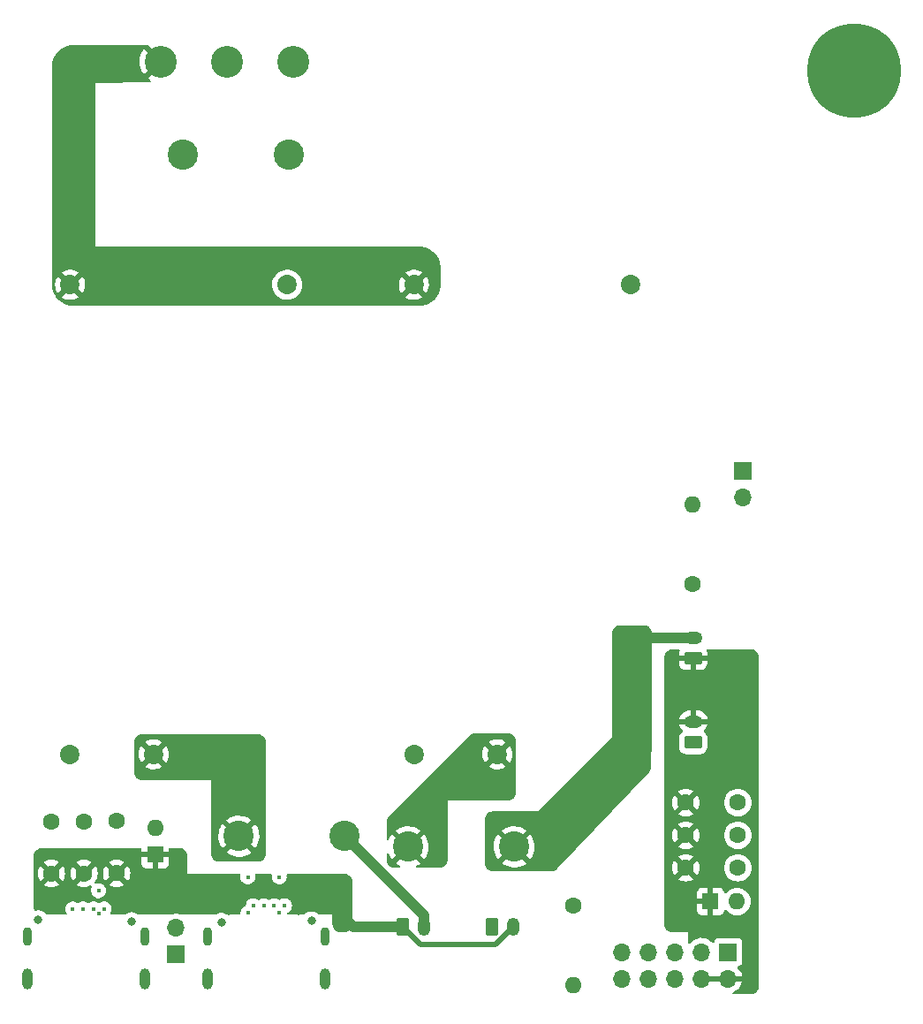
<source format=gbr>
%TF.GenerationSoftware,KiCad,Pcbnew,(6.0.4-0)*%
%TF.CreationDate,2023-02-13T16:26:13-08:00*%
%TF.ProjectId,v2a-power-board-4,7632612d-706f-4776-9572-2d626f617264,rev?*%
%TF.SameCoordinates,Original*%
%TF.FileFunction,Copper,L3,Inr*%
%TF.FilePolarity,Positive*%
%FSLAX46Y46*%
G04 Gerber Fmt 4.6, Leading zero omitted, Abs format (unit mm)*
G04 Created by KiCad (PCBNEW (6.0.4-0)) date 2023-02-13 16:26:13*
%MOMM*%
%LPD*%
G01*
G04 APERTURE LIST*
G04 Aperture macros list*
%AMRoundRect*
0 Rectangle with rounded corners*
0 $1 Rounding radius*
0 $2 $3 $4 $5 $6 $7 $8 $9 X,Y pos of 4 corners*
0 Add a 4 corners polygon primitive as box body*
4,1,4,$2,$3,$4,$5,$6,$7,$8,$9,$2,$3,0*
0 Add four circle primitives for the rounded corners*
1,1,$1+$1,$2,$3*
1,1,$1+$1,$4,$5*
1,1,$1+$1,$6,$7*
1,1,$1+$1,$8,$9*
0 Add four rect primitives between the rounded corners*
20,1,$1+$1,$2,$3,$4,$5,0*
20,1,$1+$1,$4,$5,$6,$7,0*
20,1,$1+$1,$6,$7,$8,$9,0*
20,1,$1+$1,$8,$9,$2,$3,0*%
G04 Aperture macros list end*
%TA.AperFunction,ComponentPad*%
%ADD10RoundRect,0.250000X-0.350000X-0.625000X0.350000X-0.625000X0.350000X0.625000X-0.350000X0.625000X0*%
%TD*%
%TA.AperFunction,ComponentPad*%
%ADD11O,1.200000X1.750000*%
%TD*%
%TA.AperFunction,ComponentPad*%
%ADD12O,1.000000X2.000000*%
%TD*%
%TA.AperFunction,ComponentPad*%
%ADD13O,0.900000X1.800000*%
%TD*%
%TA.AperFunction,ComponentPad*%
%ADD14R,1.700000X1.700000*%
%TD*%
%TA.AperFunction,ComponentPad*%
%ADD15O,1.700000X1.700000*%
%TD*%
%TA.AperFunction,ComponentPad*%
%ADD16R,1.600000X1.600000*%
%TD*%
%TA.AperFunction,ComponentPad*%
%ADD17O,1.600000X1.600000*%
%TD*%
%TA.AperFunction,ComponentPad*%
%ADD18C,2.900000*%
%TD*%
%TA.AperFunction,ComponentPad*%
%ADD19C,1.860000*%
%TD*%
%TA.AperFunction,ComponentPad*%
%ADD20C,3.048000*%
%TD*%
%TA.AperFunction,ComponentPad*%
%ADD21RoundRect,0.250000X0.625000X-0.350000X0.625000X0.350000X-0.625000X0.350000X-0.625000X-0.350000X0*%
%TD*%
%TA.AperFunction,ComponentPad*%
%ADD22O,1.750000X1.200000*%
%TD*%
%TA.AperFunction,ComponentPad*%
%ADD23C,9.000000*%
%TD*%
%TA.AperFunction,ComponentPad*%
%ADD24C,1.600000*%
%TD*%
%TA.AperFunction,ViaPad*%
%ADD25C,0.800000*%
%TD*%
%TA.AperFunction,ViaPad*%
%ADD26C,0.400000*%
%TD*%
%TA.AperFunction,Conductor*%
%ADD27C,1.016000*%
%TD*%
%TA.AperFunction,Conductor*%
%ADD28C,0.500000*%
%TD*%
G04 APERTURE END LIST*
D10*
%TO.N,Net-(D2-Pad1)*%
%TO.C,D2*%
X121650000Y-123850000D03*
D11*
%TO.N,Teensy_Power*%
X123650000Y-123850000D03*
%TD*%
D12*
%TO.N,usb_shield*%
%TO.C,J1*%
X77105000Y-128792500D03*
X88345000Y-128792500D03*
D13*
X77105000Y-124792500D03*
X88345000Y-124792500D03*
%TD*%
D14*
%TO.N,usb_shield*%
%TO.C,JP2*%
X91375000Y-126475000D03*
D15*
%TO.N,RPi_Gnd*%
X91375000Y-123935000D03*
%TD*%
D12*
%TO.N,usb_shield*%
%TO.C,J2*%
X94405000Y-128792500D03*
X105645000Y-128792500D03*
D13*
X94405000Y-124792500D03*
X105645000Y-124792500D03*
%TD*%
D14*
%TO.N,ac_chassis*%
%TO.C,JP1*%
X145675000Y-80125000D03*
D15*
%TO.N,RPi_Gnd*%
X145675000Y-82665000D03*
%TD*%
D16*
%TO.N,Teensy_Power*%
%TO.C,D3*%
X89375000Y-116906815D03*
D17*
%TO.N,RPi_Gnd*%
X89375000Y-114366815D03*
%TD*%
D18*
%TO.N,Net-(F2-Pad1)*%
%TO.C,F2*%
X113620000Y-116167500D03*
%TO.N,Net-(F2-Pad2)*%
X123780000Y-116167500D03*
%TD*%
D19*
%TO.N,ac_pos*%
%TO.C,PS2*%
X134975000Y-62300000D03*
%TO.N,ac_neg*%
X114175000Y-62300000D03*
%TO.N,RPi_Gnd*%
X114175000Y-107300000D03*
%TO.N,Net-(F2-Pad1)*%
X122175000Y-107300000D03*
%TD*%
D10*
%TO.N,Teensy_Power*%
%TO.C,SW1*%
X113125000Y-123850000D03*
D11*
%TO.N,Net-(F1-Pad2)*%
X115125000Y-123850000D03*
%TD*%
D20*
%TO.N,ac_neg*%
%TO.C,PJ1*%
X89925000Y-40925000D03*
%TO.N,Net-(F3-Pad1)*%
X96275000Y-40925000D03*
%TO.N,ac_chassis*%
X102625000Y-40925000D03*
%TD*%
D21*
%TO.N,RPi_Power*%
%TO.C,SW2*%
X140950000Y-98125000D03*
D22*
%TO.N,Net-(F2-Pad2)*%
X140950000Y-96125000D03*
%TD*%
D14*
%TO.N,unconnected-(J3-Pad1)*%
%TO.C,J3*%
X144300000Y-126250000D03*
D15*
%TO.N,RPi_Power*%
X144300000Y-128790000D03*
%TO.N,/rpi_sda*%
X141760000Y-126250000D03*
%TO.N,RPi_Power*%
X141760000Y-128790000D03*
%TO.N,/rpi_scl*%
X139220000Y-126250000D03*
%TO.N,RPi_Gnd*%
X139220000Y-128790000D03*
%TO.N,unconnected-(J3-Pad7)*%
X136680000Y-126250000D03*
%TO.N,unconnected-(J3-Pad8)*%
X136680000Y-128790000D03*
%TO.N,RPi_Gnd*%
X134140000Y-126250000D03*
%TO.N,unconnected-(J3-Pad10)*%
X134140000Y-128790000D03*
%TD*%
D23*
%TO.N,ac_chassis*%
%TO.C,H1*%
X156350005Y-41799993D03*
%TD*%
D21*
%TO.N,Net-(D1-Pad1)*%
%TO.C,D1*%
X140950000Y-106175000D03*
D22*
%TO.N,RPi_Power*%
X140950000Y-104175000D03*
%TD*%
D19*
%TO.N,ac_pos*%
%TO.C,PS1*%
X102025000Y-62300000D03*
%TO.N,ac_neg*%
X81225000Y-62300000D03*
%TO.N,RPi_Gnd*%
X81225000Y-107300000D03*
%TO.N,Net-(F1-Pad1)*%
X89225000Y-107300000D03*
%TD*%
D18*
%TO.N,Net-(F1-Pad1)*%
%TO.C,F1*%
X97395000Y-115150000D03*
%TO.N,Net-(F1-Pad2)*%
X107555000Y-115150000D03*
%TD*%
D16*
%TO.N,RPi_Power*%
%TO.C,D4*%
X142610686Y-121400000D03*
D17*
%TO.N,RPi_Gnd*%
X145150686Y-121400000D03*
%TD*%
D18*
%TO.N,Net-(F3-Pad1)*%
%TO.C,F3*%
X91995000Y-49800000D03*
%TO.N,ac_pos*%
X102155000Y-49800000D03*
%TD*%
D24*
%TO.N,RPi_Gnd*%
%TO.C,C1*%
X85675000Y-113700000D03*
%TO.N,Teensy_Power*%
X85675000Y-118700000D03*
%TD*%
%TO.N,Net-(D2-Pad1)*%
%TO.C,R2*%
X129425000Y-121765000D03*
D17*
%TO.N,RPi_Gnd*%
X129425000Y-129385000D03*
%TD*%
D24*
%TO.N,RPi_Gnd*%
%TO.C,C6*%
X145225000Y-111925000D03*
%TO.N,RPi_Power*%
X140225000Y-111925000D03*
%TD*%
%TO.N,RPi_Gnd*%
%TO.C,C2*%
X145225000Y-118175000D03*
%TO.N,RPi_Power*%
X140225000Y-118175000D03*
%TD*%
%TO.N,Net-(D1-Pad1)*%
%TO.C,R1*%
X140875000Y-91000000D03*
D17*
%TO.N,RPi_Gnd*%
X140875000Y-83380000D03*
%TD*%
D24*
%TO.N,RPi_Gnd*%
%TO.C,C4*%
X145225000Y-115050000D03*
%TO.N,RPi_Power*%
X140225000Y-115050000D03*
%TD*%
%TO.N,RPi_Gnd*%
%TO.C,C5*%
X79425000Y-113725000D03*
%TO.N,Teensy_Power*%
X79425000Y-118725000D03*
%TD*%
%TO.N,RPi_Gnd*%
%TO.C,C3*%
X82550000Y-113725000D03*
%TO.N,Teensy_Power*%
X82550000Y-118725000D03*
%TD*%
D25*
%TO.N,Teensy_Power*%
X96450000Y-122275000D03*
X85875000Y-122249980D03*
X79725000Y-122250000D03*
X103100000Y-122275000D03*
D26*
%TO.N,/rpi_sda*%
X83975000Y-122600000D03*
X98250000Y-119050000D03*
X101275000Y-122475000D03*
X101275000Y-119050000D03*
X98275000Y-122475000D03*
X83950000Y-120375000D03*
%TO.N,RPi_Gnd*%
X84475000Y-122100000D03*
D25*
X87100000Y-123325000D03*
D26*
X99775000Y-121800000D03*
D25*
X104350000Y-123275000D03*
X78175002Y-123174989D03*
D26*
X98775000Y-121800000D03*
D25*
X95725000Y-123400000D03*
D26*
X101775000Y-121800000D03*
X100775000Y-121800000D03*
X83475000Y-122100000D03*
X82475000Y-122100000D03*
X81475000Y-122100000D03*
%TD*%
D27*
%TO.N,Net-(F1-Pad2)*%
X115125000Y-122720000D02*
X115125000Y-123850000D01*
X107555000Y-115150000D02*
X115125000Y-122720000D01*
%TO.N,Net-(F2-Pad2)*%
X136750000Y-96125000D02*
X136700000Y-96175000D01*
X140950000Y-96125000D02*
X136750000Y-96125000D01*
%TO.N,Teensy_Power*%
X113125000Y-123850000D02*
X108350000Y-123850000D01*
D28*
X123650000Y-123850000D02*
X121975000Y-125525000D01*
X121975000Y-125525000D02*
X114800000Y-125525000D01*
X114800000Y-125525000D02*
X113125000Y-123850000D01*
D27*
X108350000Y-123850000D02*
X107450000Y-122950000D01*
%TD*%
%TA.AperFunction,Conductor*%
%TO.N,ac_neg*%
G36*
X88712656Y-39353446D02*
G01*
X90195115Y-40835905D01*
X90229141Y-40898217D01*
X90224076Y-40969032D01*
X90195115Y-41014095D01*
X88690872Y-42518338D01*
X88683580Y-42531692D01*
X88690635Y-42541665D01*
X88724534Y-42570008D01*
X88731471Y-42575048D01*
X88880629Y-42668615D01*
X88927707Y-42721758D01*
X88938579Y-42791917D01*
X88909795Y-42856817D01*
X88850493Y-42895852D01*
X88814859Y-42901345D01*
X83625000Y-42950000D01*
X83625000Y-58625000D01*
X114688499Y-58625000D01*
X114697488Y-58625321D01*
X114973193Y-58645040D01*
X114990988Y-58647598D01*
X115256676Y-58705395D01*
X115273923Y-58710459D01*
X115528690Y-58805483D01*
X115545032Y-58812947D01*
X115625081Y-58856656D01*
X115783675Y-58943256D01*
X115798798Y-58952975D01*
X116016466Y-59115919D01*
X116030052Y-59127692D01*
X116222308Y-59319948D01*
X116234081Y-59333534D01*
X116397025Y-59551202D01*
X116406744Y-59566325D01*
X116537052Y-59804965D01*
X116544517Y-59821310D01*
X116639541Y-60076076D01*
X116644606Y-60093326D01*
X116702402Y-60359013D01*
X116704960Y-60376807D01*
X116724679Y-60652512D01*
X116725000Y-60661501D01*
X116725000Y-62288499D01*
X116724679Y-62297488D01*
X116704960Y-62573193D01*
X116702402Y-62590987D01*
X116644606Y-62856674D01*
X116639541Y-62873923D01*
X116544517Y-63128690D01*
X116537052Y-63145035D01*
X116406744Y-63383675D01*
X116397025Y-63398798D01*
X116234081Y-63616466D01*
X116222308Y-63630052D01*
X116030052Y-63822308D01*
X116016466Y-63834081D01*
X115798798Y-63997025D01*
X115783675Y-64006744D01*
X115625081Y-64093344D01*
X115545032Y-64137053D01*
X115528690Y-64144517D01*
X115273924Y-64239541D01*
X115256676Y-64244605D01*
X115041467Y-64291421D01*
X114990987Y-64302402D01*
X114973193Y-64304960D01*
X114697488Y-64324679D01*
X114688499Y-64325000D01*
X81511501Y-64325000D01*
X81502512Y-64324679D01*
X81226807Y-64304960D01*
X81209013Y-64302402D01*
X81158533Y-64291421D01*
X80943324Y-64244605D01*
X80926076Y-64239541D01*
X80671310Y-64144517D01*
X80654968Y-64137053D01*
X80574919Y-64093344D01*
X80416325Y-64006744D01*
X80401202Y-63997025D01*
X80183534Y-63834081D01*
X80169948Y-63822308D01*
X79977692Y-63630052D01*
X79965919Y-63616466D01*
X79866262Y-63483339D01*
X80406491Y-63483339D01*
X80411772Y-63490393D01*
X80597070Y-63598672D01*
X80606357Y-63603122D01*
X80817605Y-63683790D01*
X80827503Y-63686666D01*
X81049091Y-63731748D01*
X81059319Y-63732967D01*
X81285292Y-63741254D01*
X81295578Y-63740787D01*
X81519871Y-63712054D01*
X81529956Y-63709911D01*
X81746540Y-63644932D01*
X81756135Y-63641172D01*
X81959202Y-63541690D01*
X81968047Y-63536417D01*
X82031605Y-63491081D01*
X82040006Y-63480381D01*
X82033018Y-63467228D01*
X81237812Y-62672022D01*
X81223868Y-62664408D01*
X81222035Y-62664539D01*
X81215420Y-62668790D01*
X80413251Y-63470959D01*
X80406491Y-63483339D01*
X79866262Y-63483339D01*
X79802975Y-63398798D01*
X79793256Y-63383675D01*
X79662948Y-63145035D01*
X79655483Y-63128690D01*
X79560459Y-62873923D01*
X79555394Y-62856674D01*
X79497598Y-62590987D01*
X79495040Y-62573193D01*
X79475321Y-62297488D01*
X79475000Y-62288499D01*
X79475000Y-62269902D01*
X79782800Y-62269902D01*
X79795816Y-62495649D01*
X79797252Y-62505869D01*
X79846964Y-62726451D01*
X79850043Y-62736280D01*
X79935119Y-62945797D01*
X79939762Y-62954988D01*
X80033281Y-63107599D01*
X80043737Y-63117059D01*
X80052515Y-63113275D01*
X80852978Y-62312812D01*
X80859356Y-62301132D01*
X81589408Y-62301132D01*
X81589539Y-62302965D01*
X81593790Y-62309580D01*
X82392799Y-63108589D01*
X82404809Y-63115147D01*
X82416549Y-63106179D01*
X82458813Y-63047364D01*
X82464122Y-63038527D01*
X82564307Y-62835819D01*
X82568105Y-62826226D01*
X82633839Y-62609870D01*
X82636016Y-62599800D01*
X82665768Y-62373809D01*
X82666287Y-62367134D01*
X82667846Y-62303364D01*
X82667652Y-62296646D01*
X82665028Y-62264734D01*
X100582001Y-62264734D01*
X100582298Y-62269887D01*
X100582298Y-62269890D01*
X100584773Y-62312812D01*
X100595617Y-62500887D01*
X100596754Y-62505933D01*
X100596755Y-62505939D01*
X100611912Y-62573193D01*
X100647621Y-62731644D01*
X100649563Y-62736426D01*
X100649564Y-62736430D01*
X100686102Y-62826411D01*
X100736615Y-62950810D01*
X100739314Y-62955214D01*
X100855636Y-63145035D01*
X100860209Y-63152498D01*
X101015085Y-63331291D01*
X101197083Y-63482389D01*
X101401314Y-63601732D01*
X101622296Y-63686117D01*
X101627362Y-63687148D01*
X101627363Y-63687148D01*
X101730561Y-63708143D01*
X101854092Y-63733276D01*
X101987344Y-63738162D01*
X102085314Y-63741755D01*
X102085318Y-63741755D01*
X102090478Y-63741944D01*
X102095598Y-63741288D01*
X102095600Y-63741288D01*
X102319979Y-63712545D01*
X102319982Y-63712544D01*
X102325106Y-63711888D01*
X102331696Y-63709911D01*
X102546728Y-63645398D01*
X102546729Y-63645397D01*
X102551674Y-63643914D01*
X102764098Y-63539848D01*
X102768301Y-63536850D01*
X102768306Y-63536847D01*
X102843322Y-63483339D01*
X113356491Y-63483339D01*
X113361772Y-63490393D01*
X113547070Y-63598672D01*
X113556357Y-63603122D01*
X113767605Y-63683790D01*
X113777503Y-63686666D01*
X113999091Y-63731748D01*
X114009319Y-63732967D01*
X114235292Y-63741254D01*
X114245578Y-63740787D01*
X114469871Y-63712054D01*
X114479956Y-63709911D01*
X114696540Y-63644932D01*
X114706135Y-63641172D01*
X114909202Y-63541690D01*
X114918047Y-63536417D01*
X114981605Y-63491081D01*
X114990006Y-63480381D01*
X114983018Y-63467228D01*
X114187812Y-62672022D01*
X114173868Y-62664408D01*
X114172035Y-62664539D01*
X114165420Y-62668790D01*
X113363251Y-63470959D01*
X113356491Y-63483339D01*
X102843322Y-63483339D01*
X102952469Y-63405485D01*
X102952471Y-63405483D01*
X102956673Y-63402486D01*
X103124227Y-63235516D01*
X103262261Y-63043421D01*
X103305968Y-62954988D01*
X103364773Y-62836004D01*
X103364774Y-62836002D01*
X103367067Y-62831362D01*
X103435831Y-62605033D01*
X103466707Y-62370511D01*
X103468430Y-62300000D01*
X103465956Y-62269902D01*
X112732800Y-62269902D01*
X112745816Y-62495649D01*
X112747252Y-62505869D01*
X112796964Y-62726451D01*
X112800043Y-62736280D01*
X112885119Y-62945797D01*
X112889762Y-62954988D01*
X112983281Y-63107599D01*
X112993737Y-63117059D01*
X113002515Y-63113275D01*
X113802978Y-62312812D01*
X113809356Y-62301132D01*
X114539408Y-62301132D01*
X114539539Y-62302965D01*
X114543790Y-62309580D01*
X115342799Y-63108589D01*
X115354809Y-63115147D01*
X115366549Y-63106179D01*
X115408813Y-63047364D01*
X115414122Y-63038527D01*
X115514307Y-62835819D01*
X115518105Y-62826226D01*
X115583839Y-62609870D01*
X115586016Y-62599800D01*
X115615768Y-62373809D01*
X115616287Y-62367134D01*
X115617846Y-62303364D01*
X115617652Y-62296646D01*
X115598977Y-62069493D01*
X115597292Y-62059313D01*
X115542207Y-61840012D01*
X115538882Y-61830246D01*
X115448722Y-61622893D01*
X115443844Y-61613795D01*
X115365920Y-61493342D01*
X115355234Y-61484139D01*
X115345667Y-61488543D01*
X114547022Y-62287188D01*
X114539408Y-62301132D01*
X113809356Y-62301132D01*
X113810592Y-62298868D01*
X113810461Y-62297035D01*
X113806210Y-62290420D01*
X113007277Y-61491487D01*
X112995741Y-61485187D01*
X112983458Y-61494810D01*
X112923293Y-61583008D01*
X112918205Y-61591964D01*
X112823001Y-61797065D01*
X112819438Y-61806752D01*
X112759012Y-62024639D01*
X112757081Y-62034758D01*
X112733052Y-62259613D01*
X112732800Y-62269902D01*
X103465956Y-62269902D01*
X103449048Y-62064250D01*
X103391422Y-61834832D01*
X103336124Y-61707656D01*
X103299160Y-61622643D01*
X103299158Y-61622640D01*
X103297100Y-61617906D01*
X103168615Y-61419298D01*
X103140030Y-61387883D01*
X103012895Y-61248164D01*
X103012893Y-61248163D01*
X103009417Y-61244342D01*
X103005366Y-61241143D01*
X103005362Y-61241139D01*
X102851067Y-61119284D01*
X113359080Y-61119284D01*
X113365824Y-61131614D01*
X114162188Y-61927978D01*
X114176132Y-61935592D01*
X114177965Y-61935461D01*
X114184580Y-61931210D01*
X114985350Y-61130440D01*
X114992370Y-61117584D01*
X114984595Y-61106914D01*
X114977563Y-61101360D01*
X114968977Y-61095656D01*
X114771023Y-60986379D01*
X114761611Y-60982149D01*
X114548465Y-60906669D01*
X114538494Y-60904035D01*
X114315881Y-60864382D01*
X114305628Y-60863413D01*
X114079515Y-60860650D01*
X114069232Y-60861370D01*
X113845713Y-60895572D01*
X113835694Y-60897959D01*
X113620756Y-60968212D01*
X113611254Y-60972207D01*
X113410684Y-61076617D01*
X113401966Y-61082106D01*
X113367533Y-61107959D01*
X113359080Y-61119284D01*
X102851067Y-61119284D01*
X102827836Y-61100937D01*
X102827831Y-61100933D01*
X102823782Y-61097736D01*
X102819266Y-61095243D01*
X102819263Y-61095241D01*
X102621219Y-60985915D01*
X102621215Y-60985913D01*
X102616695Y-60983418D01*
X102611826Y-60981694D01*
X102611822Y-60981692D01*
X102398593Y-60906184D01*
X102398589Y-60906183D01*
X102393718Y-60904458D01*
X102388625Y-60903551D01*
X102388622Y-60903550D01*
X102165928Y-60863882D01*
X102165922Y-60863881D01*
X102160839Y-60862976D01*
X102069887Y-60861865D01*
X101929480Y-60860149D01*
X101929478Y-60860149D01*
X101924311Y-60860086D01*
X101690488Y-60895866D01*
X101465648Y-60969355D01*
X101461060Y-60971743D01*
X101461056Y-60971745D01*
X101260419Y-61076190D01*
X101255830Y-61078579D01*
X101251697Y-61081682D01*
X101251694Y-61081684D01*
X101201616Y-61119284D01*
X101066669Y-61220606D01*
X100903244Y-61391620D01*
X100769945Y-61587029D01*
X100767769Y-61591718D01*
X100767765Y-61591724D01*
X100753297Y-61622893D01*
X100670351Y-61801586D01*
X100607137Y-62029528D01*
X100582001Y-62264734D01*
X82665028Y-62264734D01*
X82648977Y-62069493D01*
X82647292Y-62059313D01*
X82592207Y-61840012D01*
X82588882Y-61830246D01*
X82498722Y-61622893D01*
X82493844Y-61613795D01*
X82415920Y-61493342D01*
X82405234Y-61484139D01*
X82395667Y-61488543D01*
X81597022Y-62287188D01*
X81589408Y-62301132D01*
X80859356Y-62301132D01*
X80860592Y-62298868D01*
X80860461Y-62297035D01*
X80856210Y-62290420D01*
X80057277Y-61491487D01*
X80045741Y-61485187D01*
X80033458Y-61494810D01*
X79973293Y-61583008D01*
X79968205Y-61591964D01*
X79873001Y-61797065D01*
X79869438Y-61806752D01*
X79809012Y-62024639D01*
X79807081Y-62034758D01*
X79783052Y-62259613D01*
X79782800Y-62269902D01*
X79475000Y-62269902D01*
X79475000Y-61119284D01*
X80409080Y-61119284D01*
X80415824Y-61131614D01*
X81212188Y-61927978D01*
X81226132Y-61935592D01*
X81227965Y-61935461D01*
X81234580Y-61931210D01*
X82035350Y-61130440D01*
X82042370Y-61117584D01*
X82034595Y-61106914D01*
X82027563Y-61101360D01*
X82018977Y-61095656D01*
X81821023Y-60986379D01*
X81811611Y-60982149D01*
X81598465Y-60906669D01*
X81588494Y-60904035D01*
X81365881Y-60864382D01*
X81355628Y-60863413D01*
X81129515Y-60860650D01*
X81119232Y-60861370D01*
X80895713Y-60895572D01*
X80885694Y-60897959D01*
X80670756Y-60968212D01*
X80661254Y-60972207D01*
X80460684Y-61076617D01*
X80451966Y-61082106D01*
X80417533Y-61107959D01*
X80409080Y-61119284D01*
X79475000Y-61119284D01*
X79475000Y-41361501D01*
X79475321Y-41352512D01*
X79495040Y-41076807D01*
X79497598Y-41059013D01*
X79530459Y-40907952D01*
X87888611Y-40907952D01*
X87904065Y-41175985D01*
X87905138Y-41184484D01*
X87956829Y-41447948D01*
X87959040Y-41456200D01*
X88046008Y-41710216D01*
X88049323Y-41718101D01*
X88169958Y-41957957D01*
X88174313Y-41965321D01*
X88307089Y-42158510D01*
X88317343Y-42166853D01*
X88331082Y-42159708D01*
X89552978Y-40937812D01*
X89560592Y-40923868D01*
X89560461Y-40922035D01*
X89556210Y-40915420D01*
X88331617Y-39690827D01*
X88319607Y-39684268D01*
X88307868Y-39693236D01*
X88196491Y-39848234D01*
X88191969Y-39855528D01*
X88066349Y-40092783D01*
X88062863Y-40100611D01*
X87970599Y-40352734D01*
X87968210Y-40360957D01*
X87911015Y-40623280D01*
X87909766Y-40631736D01*
X87888700Y-40899402D01*
X87888611Y-40907952D01*
X79530459Y-40907952D01*
X79555394Y-40793326D01*
X79560459Y-40776076D01*
X79655483Y-40521310D01*
X79662948Y-40504965D01*
X79793256Y-40266325D01*
X79802975Y-40251202D01*
X79965919Y-40033534D01*
X79977692Y-40019948D01*
X80169948Y-39827692D01*
X80183534Y-39815919D01*
X80401202Y-39652975D01*
X80416325Y-39643256D01*
X80574919Y-39556656D01*
X80654968Y-39512947D01*
X80671310Y-39505483D01*
X80926077Y-39410459D01*
X80943324Y-39405395D01*
X81209012Y-39347598D01*
X81226807Y-39345040D01*
X81502512Y-39325321D01*
X81511501Y-39325000D01*
X88664715Y-39325000D01*
X88712656Y-39353446D01*
G37*
%TD.AperFunction*%
%TD*%
%TA.AperFunction,Conductor*%
%TO.N,Net-(F2-Pad2)*%
G36*
X136240927Y-94925798D02*
G01*
X136287138Y-94931023D01*
X136389849Y-94942635D01*
X136417440Y-94948955D01*
X136541747Y-94992613D01*
X136552107Y-94996252D01*
X136577595Y-95008575D01*
X136698302Y-95084746D01*
X136720395Y-95102449D01*
X136770486Y-95152810D01*
X136821046Y-95203645D01*
X136838622Y-95225824D01*
X136914145Y-95346949D01*
X136926327Y-95372498D01*
X136972895Y-95507417D01*
X136979067Y-95535048D01*
X136995100Y-95684061D01*
X136995821Y-95698214D01*
X136941715Y-105707739D01*
X136926673Y-108490579D01*
X136925595Y-108506357D01*
X136903772Y-108671989D01*
X136895762Y-108702520D01*
X136836435Y-108850124D01*
X136821087Y-108877708D01*
X136722202Y-109012379D01*
X136712063Y-109024509D01*
X127954775Y-118257737D01*
X127945528Y-118266546D01*
X127843051Y-118354692D01*
X127822111Y-118369293D01*
X127722742Y-118424538D01*
X127709602Y-118431843D01*
X127686147Y-118441924D01*
X127563333Y-118480514D01*
X127538331Y-118485659D01*
X127477696Y-118491833D01*
X127403860Y-118499352D01*
X127391096Y-118500000D01*
X121744079Y-118500000D01*
X121729971Y-118499208D01*
X121581543Y-118482484D01*
X121554037Y-118476206D01*
X121419784Y-118429228D01*
X121394365Y-118416987D01*
X121273918Y-118341306D01*
X121251858Y-118323713D01*
X121151287Y-118223142D01*
X121133694Y-118201082D01*
X121058013Y-118080635D01*
X121045772Y-118055216D01*
X121024350Y-117993996D01*
X120998794Y-117920963D01*
X120992516Y-117893457D01*
X120975792Y-117745029D01*
X120975000Y-117730921D01*
X120975000Y-117720848D01*
X122591819Y-117720848D01*
X122599209Y-117731150D01*
X122647808Y-117770717D01*
X122655084Y-117775830D01*
X122884999Y-117914250D01*
X122892913Y-117918283D01*
X123140048Y-118022931D01*
X123148453Y-118025808D01*
X123407873Y-118094593D01*
X123416585Y-118096255D01*
X123683114Y-118127800D01*
X123691979Y-118128218D01*
X123960278Y-118121895D01*
X123969133Y-118121058D01*
X124233864Y-118076995D01*
X124242498Y-118074922D01*
X124498383Y-117993996D01*
X124506644Y-117990725D01*
X124748567Y-117874555D01*
X124756292Y-117870149D01*
X124961318Y-117733156D01*
X124969606Y-117723238D01*
X124962350Y-117709060D01*
X123792812Y-116539522D01*
X123778868Y-116531908D01*
X123777035Y-116532039D01*
X123770420Y-116536290D01*
X122598985Y-117707725D01*
X122591819Y-117720848D01*
X120975000Y-117720848D01*
X120975000Y-116110293D01*
X121818142Y-116110293D01*
X121828678Y-116378460D01*
X121829653Y-116387289D01*
X121877869Y-116651299D01*
X121880078Y-116659901D01*
X121965012Y-116914479D01*
X121968416Y-116922696D01*
X122088374Y-117162770D01*
X122092893Y-117170410D01*
X122215408Y-117347676D01*
X122225730Y-117356031D01*
X122239383Y-117348907D01*
X123407978Y-116180312D01*
X123414356Y-116168632D01*
X124144408Y-116168632D01*
X124144539Y-116170465D01*
X124148790Y-116177080D01*
X125321007Y-117349297D01*
X125334407Y-117356614D01*
X125344311Y-117349627D01*
X125365237Y-117324733D01*
X125370457Y-117317547D01*
X125512480Y-117089821D01*
X125516632Y-117081981D01*
X125625151Y-116836514D01*
X125628161Y-116828153D01*
X125701005Y-116569865D01*
X125702809Y-116561157D01*
X125738701Y-116293940D01*
X125739229Y-116287547D01*
X125742901Y-116170722D01*
X125742774Y-116164279D01*
X125723733Y-115895363D01*
X125722480Y-115886553D01*
X125665994Y-115624187D01*
X125663518Y-115615666D01*
X125570627Y-115363873D01*
X125566972Y-115355778D01*
X125439533Y-115119593D01*
X125434771Y-115112088D01*
X125343512Y-114988533D01*
X125332387Y-114980093D01*
X125319791Y-114986919D01*
X124152022Y-116154688D01*
X124144408Y-116168632D01*
X123414356Y-116168632D01*
X123415592Y-116166368D01*
X123415461Y-116164535D01*
X123411210Y-116157920D01*
X122240215Y-114986925D01*
X122227374Y-114979913D01*
X122216685Y-114987708D01*
X122159194Y-115060634D01*
X122154203Y-115067978D01*
X122019404Y-115300052D01*
X122015500Y-115308022D01*
X121914745Y-115556773D01*
X121912001Y-115565217D01*
X121847301Y-115825682D01*
X121845774Y-115834433D01*
X121818421Y-116101409D01*
X121818142Y-116110293D01*
X120975000Y-116110293D01*
X120975000Y-114614345D01*
X122592200Y-114614345D01*
X122599180Y-114627470D01*
X123767188Y-115795478D01*
X123781132Y-115803092D01*
X123782965Y-115802961D01*
X123789580Y-115798710D01*
X124960479Y-114627811D01*
X124967333Y-114615259D01*
X124959126Y-114604189D01*
X124861274Y-114529510D01*
X124853849Y-114524633D01*
X124619696Y-114393501D01*
X124611643Y-114389712D01*
X124361357Y-114292883D01*
X124352867Y-114290271D01*
X124091420Y-114229672D01*
X124082642Y-114228282D01*
X123815265Y-114205124D01*
X123806394Y-114204984D01*
X123538414Y-114219732D01*
X123529604Y-114220846D01*
X123266381Y-114273204D01*
X123257823Y-114275545D01*
X123004588Y-114364475D01*
X122996454Y-114367995D01*
X122758285Y-114491714D01*
X122750713Y-114496354D01*
X122600603Y-114603623D01*
X122592200Y-114614345D01*
X120975000Y-114614345D01*
X120975000Y-113544079D01*
X120975792Y-113529971D01*
X120992516Y-113381543D01*
X120998795Y-113354035D01*
X121045772Y-113219784D01*
X121058013Y-113194365D01*
X121133694Y-113073918D01*
X121151287Y-113051858D01*
X121251858Y-112951287D01*
X121273918Y-112933694D01*
X121394365Y-112858013D01*
X121419784Y-112845772D01*
X121554037Y-112798794D01*
X121581543Y-112792516D01*
X121729971Y-112775792D01*
X121744079Y-112775000D01*
X126050000Y-112775000D01*
X133175000Y-105650000D01*
X133175000Y-95694079D01*
X133175792Y-95679971D01*
X133192516Y-95531543D01*
X133198795Y-95504035D01*
X133245772Y-95369784D01*
X133258013Y-95344365D01*
X133333694Y-95223918D01*
X133351287Y-95201858D01*
X133451858Y-95101287D01*
X133473918Y-95083694D01*
X133594365Y-95008013D01*
X133619784Y-94995772D01*
X133754037Y-94948794D01*
X133781543Y-94942516D01*
X133929971Y-94925792D01*
X133944079Y-94925000D01*
X136226772Y-94925000D01*
X136240927Y-94925798D01*
G37*
%TD.AperFunction*%
%TD*%
%TA.AperFunction,Conductor*%
%TO.N,Net-(F1-Pad1)*%
G36*
X99220029Y-105350792D02*
G01*
X99368457Y-105367516D01*
X99395963Y-105373794D01*
X99530216Y-105420772D01*
X99555635Y-105433013D01*
X99676082Y-105508694D01*
X99698142Y-105526287D01*
X99798713Y-105626858D01*
X99816306Y-105648918D01*
X99891987Y-105769365D01*
X99904228Y-105794784D01*
X99943379Y-105906669D01*
X99951205Y-105929035D01*
X99957484Y-105956543D01*
X99974208Y-106104971D01*
X99975000Y-106119079D01*
X99975000Y-116830921D01*
X99974208Y-116845029D01*
X99957484Y-116993457D01*
X99951206Y-117020963D01*
X99931565Y-117077093D01*
X99904228Y-117155216D01*
X99891987Y-117180635D01*
X99816306Y-117301082D01*
X99798713Y-117323142D01*
X99698142Y-117423713D01*
X99676082Y-117441306D01*
X99555635Y-117516987D01*
X99530216Y-117529228D01*
X99395963Y-117576206D01*
X99368457Y-117582484D01*
X99220029Y-117599208D01*
X99205921Y-117600000D01*
X95519079Y-117600000D01*
X95504971Y-117599208D01*
X95356543Y-117582484D01*
X95329037Y-117576206D01*
X95194784Y-117529228D01*
X95169365Y-117516987D01*
X95048918Y-117441306D01*
X95026858Y-117423713D01*
X94926287Y-117323142D01*
X94908694Y-117301082D01*
X94833013Y-117180635D01*
X94820772Y-117155216D01*
X94793435Y-117077093D01*
X94773794Y-117020963D01*
X94767516Y-116993457D01*
X94750792Y-116845029D01*
X94750000Y-116830921D01*
X94750000Y-116703348D01*
X96206819Y-116703348D01*
X96214209Y-116713650D01*
X96262808Y-116753217D01*
X96270084Y-116758330D01*
X96499999Y-116896750D01*
X96507913Y-116900783D01*
X96755048Y-117005431D01*
X96763453Y-117008308D01*
X97022873Y-117077093D01*
X97031585Y-117078755D01*
X97298114Y-117110300D01*
X97306979Y-117110718D01*
X97575278Y-117104395D01*
X97584133Y-117103558D01*
X97848864Y-117059495D01*
X97857498Y-117057422D01*
X98113383Y-116976496D01*
X98121644Y-116973225D01*
X98363567Y-116857055D01*
X98371292Y-116852649D01*
X98576318Y-116715656D01*
X98584606Y-116705738D01*
X98577350Y-116691560D01*
X97407812Y-115522022D01*
X97393868Y-115514408D01*
X97392035Y-115514539D01*
X97385420Y-115518790D01*
X96213985Y-116690225D01*
X96206819Y-116703348D01*
X94750000Y-116703348D01*
X94750000Y-115092793D01*
X95433142Y-115092793D01*
X95443678Y-115360960D01*
X95444653Y-115369789D01*
X95492869Y-115633799D01*
X95495078Y-115642401D01*
X95580012Y-115896979D01*
X95583416Y-115905196D01*
X95703374Y-116145270D01*
X95707893Y-116152910D01*
X95830408Y-116330176D01*
X95840730Y-116338531D01*
X95854383Y-116331407D01*
X97022978Y-115162812D01*
X97029356Y-115151132D01*
X97759408Y-115151132D01*
X97759539Y-115152965D01*
X97763790Y-115159580D01*
X98936007Y-116331797D01*
X98949407Y-116339114D01*
X98959311Y-116332127D01*
X98980237Y-116307233D01*
X98985457Y-116300047D01*
X99127480Y-116072321D01*
X99131632Y-116064481D01*
X99240151Y-115819014D01*
X99243161Y-115810653D01*
X99316005Y-115552365D01*
X99317809Y-115543657D01*
X99353701Y-115276440D01*
X99354229Y-115270047D01*
X99357901Y-115153222D01*
X99357774Y-115146779D01*
X99338733Y-114877863D01*
X99337480Y-114869053D01*
X99280994Y-114606687D01*
X99278518Y-114598166D01*
X99185627Y-114346373D01*
X99181972Y-114338278D01*
X99054533Y-114102093D01*
X99049771Y-114094588D01*
X98958512Y-113971033D01*
X98947387Y-113962593D01*
X98934791Y-113969419D01*
X97767022Y-115137188D01*
X97759408Y-115151132D01*
X97029356Y-115151132D01*
X97030592Y-115148868D01*
X97030461Y-115147035D01*
X97026210Y-115140420D01*
X95855215Y-113969425D01*
X95842374Y-113962413D01*
X95831685Y-113970208D01*
X95774194Y-114043134D01*
X95769203Y-114050478D01*
X95634404Y-114282552D01*
X95630500Y-114290522D01*
X95529745Y-114539273D01*
X95527001Y-114547717D01*
X95462301Y-114808182D01*
X95460774Y-114816933D01*
X95433421Y-115083909D01*
X95433142Y-115092793D01*
X94750000Y-115092793D01*
X94750000Y-113596845D01*
X96207200Y-113596845D01*
X96214180Y-113609970D01*
X97382188Y-114777978D01*
X97396132Y-114785592D01*
X97397965Y-114785461D01*
X97404580Y-114781210D01*
X98575479Y-113610311D01*
X98582333Y-113597759D01*
X98574126Y-113586689D01*
X98476274Y-113512010D01*
X98468849Y-113507133D01*
X98234696Y-113376001D01*
X98226643Y-113372212D01*
X97976357Y-113275383D01*
X97967867Y-113272771D01*
X97706420Y-113212172D01*
X97697642Y-113210782D01*
X97430265Y-113187624D01*
X97421394Y-113187484D01*
X97153414Y-113202232D01*
X97144604Y-113203346D01*
X96881381Y-113255704D01*
X96872823Y-113258045D01*
X96619588Y-113346975D01*
X96611454Y-113350495D01*
X96373285Y-113474214D01*
X96365713Y-113478854D01*
X96215603Y-113586123D01*
X96207200Y-113596845D01*
X94750000Y-113596845D01*
X94750000Y-109775000D01*
X88119079Y-109775000D01*
X88104971Y-109774208D01*
X87956543Y-109757484D01*
X87929037Y-109751206D01*
X87794784Y-109704228D01*
X87769365Y-109691987D01*
X87648918Y-109616306D01*
X87626858Y-109598713D01*
X87526287Y-109498142D01*
X87508694Y-109476082D01*
X87433013Y-109355635D01*
X87420772Y-109330216D01*
X87373795Y-109195965D01*
X87367516Y-109168457D01*
X87350792Y-109020029D01*
X87350000Y-109005921D01*
X87350000Y-108483339D01*
X88406491Y-108483339D01*
X88411772Y-108490393D01*
X88597070Y-108598672D01*
X88606357Y-108603122D01*
X88817605Y-108683790D01*
X88827503Y-108686666D01*
X89049091Y-108731748D01*
X89059319Y-108732967D01*
X89285292Y-108741254D01*
X89295578Y-108740787D01*
X89519871Y-108712054D01*
X89529956Y-108709911D01*
X89746540Y-108644932D01*
X89756135Y-108641172D01*
X89959202Y-108541690D01*
X89968047Y-108536417D01*
X90031605Y-108491081D01*
X90040006Y-108480381D01*
X90033018Y-108467228D01*
X89237812Y-107672022D01*
X89223868Y-107664408D01*
X89222035Y-107664539D01*
X89215420Y-107668790D01*
X88413251Y-108470959D01*
X88406491Y-108483339D01*
X87350000Y-108483339D01*
X87350000Y-107269902D01*
X87782800Y-107269902D01*
X87795816Y-107495649D01*
X87797252Y-107505869D01*
X87846964Y-107726451D01*
X87850043Y-107736280D01*
X87935119Y-107945797D01*
X87939762Y-107954988D01*
X88033281Y-108107599D01*
X88043737Y-108117059D01*
X88052515Y-108113275D01*
X88852978Y-107312812D01*
X88859356Y-107301132D01*
X89589408Y-107301132D01*
X89589539Y-107302965D01*
X89593790Y-107309580D01*
X90392799Y-108108589D01*
X90404809Y-108115147D01*
X90416549Y-108106179D01*
X90458813Y-108047364D01*
X90464122Y-108038527D01*
X90564307Y-107835819D01*
X90568105Y-107826226D01*
X90633839Y-107609870D01*
X90636016Y-107599800D01*
X90665768Y-107373809D01*
X90666287Y-107367134D01*
X90667846Y-107303364D01*
X90667652Y-107296646D01*
X90648977Y-107069493D01*
X90647292Y-107059313D01*
X90592207Y-106840012D01*
X90588882Y-106830246D01*
X90498722Y-106622893D01*
X90493844Y-106613795D01*
X90415920Y-106493342D01*
X90405234Y-106484139D01*
X90395667Y-106488543D01*
X89597022Y-107287188D01*
X89589408Y-107301132D01*
X88859356Y-107301132D01*
X88860592Y-107298868D01*
X88860461Y-107297035D01*
X88856210Y-107290420D01*
X88057277Y-106491487D01*
X88045741Y-106485187D01*
X88033458Y-106494810D01*
X87973293Y-106583008D01*
X87968205Y-106591964D01*
X87873001Y-106797065D01*
X87869438Y-106806752D01*
X87809012Y-107024639D01*
X87807081Y-107034758D01*
X87783052Y-107259613D01*
X87782800Y-107269902D01*
X87350000Y-107269902D01*
X87350000Y-106119284D01*
X88409080Y-106119284D01*
X88415824Y-106131614D01*
X89212188Y-106927978D01*
X89226132Y-106935592D01*
X89227965Y-106935461D01*
X89234580Y-106931210D01*
X90035350Y-106130440D01*
X90042370Y-106117584D01*
X90034595Y-106106914D01*
X90027563Y-106101360D01*
X90018977Y-106095656D01*
X89821023Y-105986379D01*
X89811611Y-105982149D01*
X89598465Y-105906669D01*
X89588494Y-105904035D01*
X89365881Y-105864382D01*
X89355628Y-105863413D01*
X89129515Y-105860650D01*
X89119232Y-105861370D01*
X88895713Y-105895572D01*
X88885694Y-105897959D01*
X88670756Y-105968212D01*
X88661254Y-105972207D01*
X88460684Y-106076617D01*
X88451966Y-106082106D01*
X88417533Y-106107959D01*
X88409080Y-106119284D01*
X87350000Y-106119284D01*
X87350000Y-106119079D01*
X87350792Y-106104971D01*
X87367516Y-105956543D01*
X87373795Y-105929035D01*
X87381622Y-105906669D01*
X87420772Y-105794784D01*
X87433013Y-105769365D01*
X87508694Y-105648918D01*
X87526287Y-105626858D01*
X87626858Y-105526287D01*
X87648918Y-105508694D01*
X87769365Y-105433013D01*
X87794784Y-105420772D01*
X87929037Y-105373794D01*
X87956543Y-105367516D01*
X88104971Y-105350792D01*
X88119079Y-105350000D01*
X99205921Y-105350000D01*
X99220029Y-105350792D01*
G37*
%TD.AperFunction*%
%TD*%
%TA.AperFunction,Conductor*%
%TO.N,Teensy_Power*%
G36*
X88009121Y-116295002D02*
G01*
X88055614Y-116348658D01*
X88067000Y-116401000D01*
X88067000Y-116634700D01*
X88071475Y-116649939D01*
X88072865Y-116651144D01*
X88080548Y-116652815D01*
X90664884Y-116652815D01*
X90680123Y-116648340D01*
X90681328Y-116646950D01*
X90682999Y-116639267D01*
X90682999Y-116401000D01*
X90703001Y-116332879D01*
X90756657Y-116286386D01*
X90808999Y-116275000D01*
X91705921Y-116275000D01*
X91720029Y-116275792D01*
X91868457Y-116292516D01*
X91895963Y-116298794D01*
X91993370Y-116332879D01*
X92030216Y-116345772D01*
X92055635Y-116358013D01*
X92176082Y-116433694D01*
X92198142Y-116451287D01*
X92298713Y-116551858D01*
X92316306Y-116573918D01*
X92391987Y-116694365D01*
X92404228Y-116719784D01*
X92451205Y-116854035D01*
X92457484Y-116881543D01*
X92474208Y-117029971D01*
X92475000Y-117044079D01*
X92475000Y-118750000D01*
X97431171Y-118750000D01*
X97499292Y-118770002D01*
X97545785Y-118823658D01*
X97556093Y-118892446D01*
X97538398Y-119026858D01*
X97536335Y-119042526D01*
X97545744Y-119127750D01*
X97553145Y-119194784D01*
X97555153Y-119212975D01*
X97557762Y-119220106D01*
X97557763Y-119220108D01*
X97565688Y-119241764D01*
X97614085Y-119374015D01*
X97618322Y-119380321D01*
X97618324Y-119380324D01*
X97645943Y-119421424D01*
X97709730Y-119516349D01*
X97836565Y-119631760D01*
X97987268Y-119713585D01*
X98153139Y-119757101D01*
X98240586Y-119758474D01*
X98317003Y-119759675D01*
X98317006Y-119759675D01*
X98324602Y-119759794D01*
X98332006Y-119758098D01*
X98332008Y-119758098D01*
X98394846Y-119743706D01*
X98491759Y-119721510D01*
X98644958Y-119644459D01*
X98650729Y-119639530D01*
X98650732Y-119639528D01*
X98769578Y-119538023D01*
X98775355Y-119533089D01*
X98855536Y-119421507D01*
X98870992Y-119399998D01*
X98870993Y-119399997D01*
X98875424Y-119393830D01*
X98939385Y-119234720D01*
X98945069Y-119194784D01*
X98962966Y-119069031D01*
X98962966Y-119069027D01*
X98963547Y-119064947D01*
X98963704Y-119050000D01*
X98944479Y-118891137D01*
X98956152Y-118821107D01*
X99003833Y-118768505D01*
X99069566Y-118750000D01*
X100456171Y-118750000D01*
X100524292Y-118770002D01*
X100570785Y-118823658D01*
X100581093Y-118892446D01*
X100563398Y-119026858D01*
X100561335Y-119042526D01*
X100570744Y-119127750D01*
X100578145Y-119194784D01*
X100580153Y-119212975D01*
X100582762Y-119220106D01*
X100582763Y-119220108D01*
X100590688Y-119241764D01*
X100639085Y-119374015D01*
X100643322Y-119380321D01*
X100643324Y-119380324D01*
X100670943Y-119421424D01*
X100734730Y-119516349D01*
X100861565Y-119631760D01*
X101012268Y-119713585D01*
X101178139Y-119757101D01*
X101265586Y-119758474D01*
X101342003Y-119759675D01*
X101342006Y-119759675D01*
X101349602Y-119759794D01*
X101357006Y-119758098D01*
X101357008Y-119758098D01*
X101419846Y-119743706D01*
X101516759Y-119721510D01*
X101669958Y-119644459D01*
X101675729Y-119639530D01*
X101675732Y-119639528D01*
X101794578Y-119538023D01*
X101800355Y-119533089D01*
X101880536Y-119421507D01*
X101895992Y-119399998D01*
X101895993Y-119399997D01*
X101900424Y-119393830D01*
X101964385Y-119234720D01*
X101970069Y-119194784D01*
X101987966Y-119069031D01*
X101987966Y-119069027D01*
X101988547Y-119064947D01*
X101988704Y-119050000D01*
X101969479Y-118891137D01*
X101981152Y-118821107D01*
X102028833Y-118768505D01*
X102094566Y-118750000D01*
X107505921Y-118750000D01*
X107520029Y-118750792D01*
X107668457Y-118767516D01*
X107695963Y-118773794D01*
X107830216Y-118820772D01*
X107855635Y-118833013D01*
X107976082Y-118908694D01*
X107998142Y-118926287D01*
X108098713Y-119026858D01*
X108116306Y-119048918D01*
X108191987Y-119169365D01*
X108204228Y-119194784D01*
X108251205Y-119329035D01*
X108257484Y-119356543D01*
X108274208Y-119504971D01*
X108275000Y-119519079D01*
X108275000Y-123570777D01*
X108274194Y-123585002D01*
X108257192Y-123734636D01*
X108250810Y-123762361D01*
X108203057Y-123897607D01*
X108190616Y-123923194D01*
X108113740Y-124044273D01*
X108095877Y-124066415D01*
X108051840Y-124109877D01*
X107993794Y-124167164D01*
X107971421Y-124184732D01*
X107849338Y-124260009D01*
X107823593Y-124272111D01*
X107687733Y-124318080D01*
X107659930Y-124324097D01*
X107598911Y-124330218D01*
X107510072Y-124339130D01*
X107495837Y-124339748D01*
X107122614Y-124334837D01*
X107108772Y-124333891D01*
X106981214Y-124318079D01*
X106963199Y-124315846D01*
X106936245Y-124309435D01*
X106863573Y-124283426D01*
X106804717Y-124262361D01*
X106779815Y-124250213D01*
X106661759Y-124175531D01*
X106640116Y-124158235D01*
X106591662Y-124109877D01*
X106560435Y-124058372D01*
X106558183Y-124051184D01*
X106530535Y-123962959D01*
X106436130Y-123792650D01*
X106431981Y-123787809D01*
X106431978Y-123787805D01*
X106406691Y-123758303D01*
X106377347Y-123692055D01*
X106364647Y-123591252D01*
X106363673Y-123577411D01*
X106361424Y-123428952D01*
X106361424Y-123428951D01*
X106361371Y-123425456D01*
X106361370Y-123425452D01*
X106350000Y-122675000D01*
X105088362Y-122675000D01*
X105020241Y-122654998D01*
X104994731Y-122633315D01*
X104961253Y-122596134D01*
X104806752Y-122483882D01*
X104800724Y-122481198D01*
X104800722Y-122481197D01*
X104638319Y-122408891D01*
X104638318Y-122408891D01*
X104632288Y-122406206D01*
X104527211Y-122383871D01*
X104451944Y-122367872D01*
X104451939Y-122367872D01*
X104445487Y-122366500D01*
X104254513Y-122366500D01*
X104248061Y-122367872D01*
X104248056Y-122367872D01*
X104172789Y-122383871D01*
X104067712Y-122406206D01*
X104061682Y-122408891D01*
X104061681Y-122408891D01*
X103899278Y-122481197D01*
X103899276Y-122481198D01*
X103893248Y-122483882D01*
X103738747Y-122596134D01*
X103705273Y-122633311D01*
X103644829Y-122670550D01*
X103611638Y-122675000D01*
X102143112Y-122675000D01*
X102074991Y-122654998D01*
X102028498Y-122601342D01*
X102018394Y-122531068D01*
X102047888Y-122466488D01*
X102086498Y-122436435D01*
X102163174Y-122397871D01*
X102169958Y-122394459D01*
X102175729Y-122389530D01*
X102175732Y-122389528D01*
X102294578Y-122288023D01*
X102300355Y-122283089D01*
X102400424Y-122143830D01*
X102464385Y-121984720D01*
X102473592Y-121920029D01*
X102487966Y-121819031D01*
X102487966Y-121819027D01*
X102488547Y-121814947D01*
X102488621Y-121807857D01*
X102488661Y-121804133D01*
X102488661Y-121804127D01*
X102488704Y-121800000D01*
X102468102Y-121629758D01*
X102465337Y-121622439D01*
X102410171Y-121476447D01*
X102407487Y-121469344D01*
X102355550Y-121393775D01*
X102314659Y-121334278D01*
X102314658Y-121334276D01*
X102310357Y-121328019D01*
X102304686Y-121322966D01*
X102187993Y-121218996D01*
X102187990Y-121218994D01*
X102182321Y-121213943D01*
X102174325Y-121209709D01*
X102037481Y-121137254D01*
X102037482Y-121137254D01*
X102030769Y-121133700D01*
X102013196Y-121129286D01*
X101871822Y-121093775D01*
X101871818Y-121093775D01*
X101864451Y-121091924D01*
X101856852Y-121091884D01*
X101856850Y-121091884D01*
X101785394Y-121091510D01*
X101692969Y-121091026D01*
X101685589Y-121092798D01*
X101685587Y-121092798D01*
X101533602Y-121129286D01*
X101533598Y-121129287D01*
X101526223Y-121131058D01*
X101373839Y-121209709D01*
X101368122Y-121214696D01*
X101368115Y-121214701D01*
X101358375Y-121223198D01*
X101293892Y-121252905D01*
X101223585Y-121243035D01*
X101191730Y-121222326D01*
X101187993Y-121218996D01*
X101187990Y-121218994D01*
X101182321Y-121213943D01*
X101174325Y-121209709D01*
X101037481Y-121137254D01*
X101037482Y-121137254D01*
X101030769Y-121133700D01*
X101013196Y-121129286D01*
X100871822Y-121093775D01*
X100871818Y-121093775D01*
X100864451Y-121091924D01*
X100856852Y-121091884D01*
X100856850Y-121091884D01*
X100785394Y-121091510D01*
X100692969Y-121091026D01*
X100685589Y-121092798D01*
X100685587Y-121092798D01*
X100533602Y-121129286D01*
X100533598Y-121129287D01*
X100526223Y-121131058D01*
X100373839Y-121209709D01*
X100368122Y-121214696D01*
X100368115Y-121214701D01*
X100358375Y-121223198D01*
X100293892Y-121252905D01*
X100223585Y-121243035D01*
X100191730Y-121222326D01*
X100187993Y-121218996D01*
X100187990Y-121218994D01*
X100182321Y-121213943D01*
X100174325Y-121209709D01*
X100037481Y-121137254D01*
X100037482Y-121137254D01*
X100030769Y-121133700D01*
X100013196Y-121129286D01*
X99871822Y-121093775D01*
X99871818Y-121093775D01*
X99864451Y-121091924D01*
X99856852Y-121091884D01*
X99856850Y-121091884D01*
X99785394Y-121091510D01*
X99692969Y-121091026D01*
X99685589Y-121092798D01*
X99685587Y-121092798D01*
X99533602Y-121129286D01*
X99533598Y-121129287D01*
X99526223Y-121131058D01*
X99373839Y-121209709D01*
X99368122Y-121214696D01*
X99368115Y-121214701D01*
X99358375Y-121223198D01*
X99293892Y-121252905D01*
X99223585Y-121243035D01*
X99191730Y-121222326D01*
X99187993Y-121218996D01*
X99187990Y-121218994D01*
X99182321Y-121213943D01*
X99174325Y-121209709D01*
X99037481Y-121137254D01*
X99037482Y-121137254D01*
X99030769Y-121133700D01*
X99013196Y-121129286D01*
X98871822Y-121093775D01*
X98871818Y-121093775D01*
X98864451Y-121091924D01*
X98856852Y-121091884D01*
X98856850Y-121091884D01*
X98785394Y-121091510D01*
X98692969Y-121091026D01*
X98685589Y-121092798D01*
X98685587Y-121092798D01*
X98533602Y-121129286D01*
X98533598Y-121129287D01*
X98526223Y-121131058D01*
X98373839Y-121209709D01*
X98244615Y-121322439D01*
X98146010Y-121462739D01*
X98083718Y-121622509D01*
X98082727Y-121630040D01*
X98082726Y-121630042D01*
X98070581Y-121722293D01*
X98041858Y-121787220D01*
X98003449Y-121817812D01*
X97930532Y-121855448D01*
X97873839Y-121884709D01*
X97744615Y-121997439D01*
X97646010Y-122137739D01*
X97635890Y-122163696D01*
X97591746Y-122276919D01*
X97583718Y-122297509D01*
X97582726Y-122305042D01*
X97582726Y-122305043D01*
X97562472Y-122458891D01*
X97561335Y-122467526D01*
X97564133Y-122492872D01*
X97568803Y-122535174D01*
X97556397Y-122605078D01*
X97508167Y-122657178D01*
X97443564Y-122675000D01*
X96313695Y-122675000D01*
X96245574Y-122654998D01*
X96239634Y-122650936D01*
X96187094Y-122612763D01*
X96187093Y-122612762D01*
X96181752Y-122608882D01*
X96175724Y-122606198D01*
X96175722Y-122606197D01*
X96013319Y-122533891D01*
X96013318Y-122533891D01*
X96007288Y-122531206D01*
X95893884Y-122507101D01*
X95826944Y-122492872D01*
X95826939Y-122492872D01*
X95820487Y-122491500D01*
X95629513Y-122491500D01*
X95623061Y-122492872D01*
X95623056Y-122492872D01*
X95556116Y-122507101D01*
X95442712Y-122531206D01*
X95436682Y-122533891D01*
X95436681Y-122533891D01*
X95274278Y-122606197D01*
X95274276Y-122606198D01*
X95268248Y-122608882D01*
X95262907Y-122612762D01*
X95262906Y-122612763D01*
X95210366Y-122650936D01*
X95143499Y-122674794D01*
X95136305Y-122675000D01*
X91908455Y-122675000D01*
X91866397Y-122667773D01*
X91723212Y-122617069D01*
X91718123Y-122616162D01*
X91718121Y-122616162D01*
X91508373Y-122578800D01*
X91508367Y-122578799D01*
X91503284Y-122577894D01*
X91429452Y-122576992D01*
X91285081Y-122575228D01*
X91285079Y-122575228D01*
X91279911Y-122575165D01*
X91059091Y-122608955D01*
X90881656Y-122666950D01*
X90876103Y-122668765D01*
X90836958Y-122675000D01*
X87790647Y-122675000D01*
X87722526Y-122654998D01*
X87711991Y-122646954D01*
X87711253Y-122646134D01*
X87700120Y-122638045D01*
X87562094Y-122537763D01*
X87562093Y-122537762D01*
X87556752Y-122533882D01*
X87550724Y-122531198D01*
X87550722Y-122531197D01*
X87388319Y-122458891D01*
X87388318Y-122458891D01*
X87382288Y-122456206D01*
X87288887Y-122436353D01*
X87201944Y-122417872D01*
X87201939Y-122417872D01*
X87195487Y-122416500D01*
X87004513Y-122416500D01*
X86998061Y-122417872D01*
X86998056Y-122417872D01*
X86911113Y-122436353D01*
X86817712Y-122456206D01*
X86811682Y-122458891D01*
X86811681Y-122458891D01*
X86649278Y-122531197D01*
X86649276Y-122531198D01*
X86643248Y-122533882D01*
X86637907Y-122537762D01*
X86637906Y-122537763D01*
X86499881Y-122638045D01*
X86493366Y-122642778D01*
X86493364Y-122642779D01*
X86488747Y-122646134D01*
X86488134Y-122645290D01*
X86429658Y-122673353D01*
X86409353Y-122675000D01*
X85180008Y-122675000D01*
X85111887Y-122654998D01*
X85065394Y-122601342D01*
X85055290Y-122531068D01*
X85077686Y-122475473D01*
X85095992Y-122449998D01*
X85095993Y-122449997D01*
X85100424Y-122443830D01*
X85164385Y-122284720D01*
X85184296Y-122144819D01*
X85187966Y-122119031D01*
X85187966Y-122119027D01*
X85188547Y-122114947D01*
X85188704Y-122100000D01*
X85181647Y-122041684D01*
X85169015Y-121937299D01*
X85169014Y-121937296D01*
X85168102Y-121929758D01*
X85125802Y-121817812D01*
X85110171Y-121776447D01*
X85107487Y-121769344D01*
X85010357Y-121628019D01*
X85004686Y-121622966D01*
X84887993Y-121518996D01*
X84887990Y-121518994D01*
X84882321Y-121513943D01*
X84874325Y-121509709D01*
X84798986Y-121469819D01*
X84730769Y-121433700D01*
X84713196Y-121429286D01*
X84571822Y-121393775D01*
X84571818Y-121393775D01*
X84564451Y-121391924D01*
X84556852Y-121391884D01*
X84556850Y-121391884D01*
X84485394Y-121391510D01*
X84392969Y-121391026D01*
X84385589Y-121392798D01*
X84385587Y-121392798D01*
X84233602Y-121429286D01*
X84233598Y-121429287D01*
X84226223Y-121431058D01*
X84073839Y-121509709D01*
X84068122Y-121514696D01*
X84068115Y-121514701D01*
X84058375Y-121523198D01*
X83993892Y-121552905D01*
X83923585Y-121543035D01*
X83891730Y-121522326D01*
X83887993Y-121518996D01*
X83887990Y-121518994D01*
X83882321Y-121513943D01*
X83874325Y-121509709D01*
X83798986Y-121469819D01*
X83730769Y-121433700D01*
X83713196Y-121429286D01*
X83571822Y-121393775D01*
X83571818Y-121393775D01*
X83564451Y-121391924D01*
X83556852Y-121391884D01*
X83556850Y-121391884D01*
X83485394Y-121391510D01*
X83392969Y-121391026D01*
X83385589Y-121392798D01*
X83385587Y-121392798D01*
X83233602Y-121429286D01*
X83233598Y-121429287D01*
X83226223Y-121431058D01*
X83073839Y-121509709D01*
X83068122Y-121514696D01*
X83068115Y-121514701D01*
X83058375Y-121523198D01*
X82993892Y-121552905D01*
X82923585Y-121543035D01*
X82891730Y-121522326D01*
X82887993Y-121518996D01*
X82887990Y-121518994D01*
X82882321Y-121513943D01*
X82874325Y-121509709D01*
X82798986Y-121469819D01*
X82730769Y-121433700D01*
X82713196Y-121429286D01*
X82571822Y-121393775D01*
X82571818Y-121393775D01*
X82564451Y-121391924D01*
X82556852Y-121391884D01*
X82556850Y-121391884D01*
X82485394Y-121391510D01*
X82392969Y-121391026D01*
X82385589Y-121392798D01*
X82385587Y-121392798D01*
X82233602Y-121429286D01*
X82233598Y-121429287D01*
X82226223Y-121431058D01*
X82073839Y-121509709D01*
X82068122Y-121514696D01*
X82068115Y-121514701D01*
X82058375Y-121523198D01*
X81993892Y-121552905D01*
X81923585Y-121543035D01*
X81891730Y-121522326D01*
X81887993Y-121518996D01*
X81887990Y-121518994D01*
X81882321Y-121513943D01*
X81874325Y-121509709D01*
X81798986Y-121469819D01*
X81730769Y-121433700D01*
X81713196Y-121429286D01*
X81571822Y-121393775D01*
X81571818Y-121393775D01*
X81564451Y-121391924D01*
X81556852Y-121391884D01*
X81556850Y-121391884D01*
X81485394Y-121391510D01*
X81392969Y-121391026D01*
X81385589Y-121392798D01*
X81385587Y-121392798D01*
X81233602Y-121429286D01*
X81233598Y-121429287D01*
X81226223Y-121431058D01*
X81073839Y-121509709D01*
X80944615Y-121622439D01*
X80846010Y-121762739D01*
X80829871Y-121804133D01*
X80796511Y-121889698D01*
X80783718Y-121922509D01*
X80782726Y-121930042D01*
X80782726Y-121930043D01*
X80764504Y-122068457D01*
X80761335Y-122092526D01*
X80766327Y-122137739D01*
X80778592Y-122248834D01*
X80780153Y-122262975D01*
X80782762Y-122270106D01*
X80782763Y-122270108D01*
X80795969Y-122306195D01*
X80839085Y-122424015D01*
X80843322Y-122430321D01*
X80843324Y-122430324D01*
X80875848Y-122478724D01*
X80897241Y-122546421D01*
X80878637Y-122614937D01*
X80825944Y-122662518D01*
X80771267Y-122675000D01*
X79003415Y-122675000D01*
X78935294Y-122654998D01*
X78909779Y-122633311D01*
X78786255Y-122496123D01*
X78666191Y-122408891D01*
X78637096Y-122387752D01*
X78637095Y-122387751D01*
X78631754Y-122383871D01*
X78625726Y-122381187D01*
X78625724Y-122381186D01*
X78463321Y-122308880D01*
X78463320Y-122308880D01*
X78457290Y-122306195D01*
X78356259Y-122284720D01*
X78276946Y-122267861D01*
X78276941Y-122267861D01*
X78270489Y-122266489D01*
X78079515Y-122266489D01*
X78073063Y-122267861D01*
X78073058Y-122267861D01*
X77935721Y-122297053D01*
X77864930Y-122291651D01*
X77808297Y-122248834D01*
X77790595Y-122215421D01*
X77748795Y-122095964D01*
X77742516Y-122068457D01*
X77725792Y-121920029D01*
X77725000Y-121905921D01*
X77725000Y-119811062D01*
X78703493Y-119811062D01*
X78712789Y-119823077D01*
X78763994Y-119858931D01*
X78773489Y-119864414D01*
X78970947Y-119956490D01*
X78981239Y-119960236D01*
X79191688Y-120016625D01*
X79202481Y-120018528D01*
X79419525Y-120037517D01*
X79430475Y-120037517D01*
X79647519Y-120018528D01*
X79658312Y-120016625D01*
X79868761Y-119960236D01*
X79879053Y-119956490D01*
X80076511Y-119864414D01*
X80086006Y-119858931D01*
X80138048Y-119822491D01*
X80146424Y-119812012D01*
X80145925Y-119811062D01*
X81828493Y-119811062D01*
X81837789Y-119823077D01*
X81888994Y-119858931D01*
X81898489Y-119864414D01*
X82095947Y-119956490D01*
X82106239Y-119960236D01*
X82316688Y-120016625D01*
X82327481Y-120018528D01*
X82544525Y-120037517D01*
X82555475Y-120037517D01*
X82772519Y-120018528D01*
X82783312Y-120016625D01*
X82993761Y-119960236D01*
X83004053Y-119956490D01*
X83145369Y-119890593D01*
X83215561Y-119879932D01*
X83280373Y-119908912D01*
X83319230Y-119968332D01*
X83319793Y-120039326D01*
X83316012Y-120050558D01*
X83258718Y-120197509D01*
X83236335Y-120367526D01*
X83255153Y-120537975D01*
X83257762Y-120545106D01*
X83257763Y-120545108D01*
X83265688Y-120566764D01*
X83314085Y-120699015D01*
X83409730Y-120841349D01*
X83536565Y-120956760D01*
X83687268Y-121038585D01*
X83853139Y-121082101D01*
X83940586Y-121083474D01*
X84017003Y-121084675D01*
X84017006Y-121084675D01*
X84024602Y-121084794D01*
X84032006Y-121083098D01*
X84032008Y-121083098D01*
X84094846Y-121068706D01*
X84191759Y-121046510D01*
X84344958Y-120969459D01*
X84350729Y-120964530D01*
X84350732Y-120964528D01*
X84469578Y-120863023D01*
X84475355Y-120858089D01*
X84575424Y-120718830D01*
X84639385Y-120559720D01*
X84663547Y-120389947D01*
X84663704Y-120375000D01*
X84643102Y-120204758D01*
X84582487Y-120044344D01*
X84546254Y-119991625D01*
X84489659Y-119909278D01*
X84489658Y-119909276D01*
X84485357Y-119903019D01*
X84479686Y-119897966D01*
X84362993Y-119793996D01*
X84362990Y-119793994D01*
X84357321Y-119788943D01*
X84351880Y-119786062D01*
X84953493Y-119786062D01*
X84962789Y-119798077D01*
X85013994Y-119833931D01*
X85023489Y-119839414D01*
X85220947Y-119931490D01*
X85231239Y-119935236D01*
X85441688Y-119991625D01*
X85452481Y-119993528D01*
X85669525Y-120012517D01*
X85680475Y-120012517D01*
X85897519Y-119993528D01*
X85908312Y-119991625D01*
X86118761Y-119935236D01*
X86129053Y-119931490D01*
X86326511Y-119839414D01*
X86336006Y-119833931D01*
X86388048Y-119797491D01*
X86396424Y-119787012D01*
X86389356Y-119773566D01*
X85687812Y-119072022D01*
X85673868Y-119064408D01*
X85672035Y-119064539D01*
X85665420Y-119068790D01*
X84959923Y-119774287D01*
X84953493Y-119786062D01*
X84351880Y-119786062D01*
X84349325Y-119784709D01*
X84229963Y-119721510D01*
X84205769Y-119708700D01*
X84163509Y-119698085D01*
X84046822Y-119668775D01*
X84046818Y-119668775D01*
X84039451Y-119666924D01*
X84031852Y-119666884D01*
X84031850Y-119666884D01*
X83960394Y-119666510D01*
X83867969Y-119666026D01*
X83860589Y-119667798D01*
X83860587Y-119667798D01*
X83734431Y-119698085D01*
X83663523Y-119694537D01*
X83605789Y-119653218D01*
X83579559Y-119587244D01*
X83593162Y-119517563D01*
X83601804Y-119503295D01*
X83683931Y-119386006D01*
X83689414Y-119376511D01*
X83781490Y-119179053D01*
X83785236Y-119168761D01*
X83841625Y-118958312D01*
X83843528Y-118947519D01*
X83862517Y-118730475D01*
X83862517Y-118719525D01*
X83861288Y-118705475D01*
X84362483Y-118705475D01*
X84381472Y-118922519D01*
X84383375Y-118933312D01*
X84439764Y-119143761D01*
X84443510Y-119154053D01*
X84535586Y-119351511D01*
X84541069Y-119361006D01*
X84577509Y-119413048D01*
X84587988Y-119421424D01*
X84601434Y-119414356D01*
X85302978Y-118712812D01*
X85309356Y-118701132D01*
X86039408Y-118701132D01*
X86039539Y-118702965D01*
X86043790Y-118709580D01*
X86749287Y-119415077D01*
X86761062Y-119421507D01*
X86773077Y-119412211D01*
X86808931Y-119361006D01*
X86814414Y-119351511D01*
X86906490Y-119154053D01*
X86910236Y-119143761D01*
X86966625Y-118933312D01*
X86968528Y-118922519D01*
X86987517Y-118705475D01*
X86987517Y-118694525D01*
X86968528Y-118477481D01*
X86966625Y-118466688D01*
X86910236Y-118256239D01*
X86906490Y-118245947D01*
X86814414Y-118048489D01*
X86808931Y-118038994D01*
X86772491Y-117986952D01*
X86762012Y-117978576D01*
X86748566Y-117985644D01*
X86047022Y-118687188D01*
X86039408Y-118701132D01*
X85309356Y-118701132D01*
X85310592Y-118698868D01*
X85310461Y-118697035D01*
X85306210Y-118690420D01*
X84600713Y-117984923D01*
X84588938Y-117978493D01*
X84576923Y-117987789D01*
X84541069Y-118038994D01*
X84535586Y-118048489D01*
X84443510Y-118245947D01*
X84439764Y-118256239D01*
X84383375Y-118466688D01*
X84381472Y-118477481D01*
X84362483Y-118694525D01*
X84362483Y-118705475D01*
X83861288Y-118705475D01*
X83843528Y-118502481D01*
X83841625Y-118491688D01*
X83785236Y-118281239D01*
X83781490Y-118270947D01*
X83689414Y-118073489D01*
X83683931Y-118063994D01*
X83647491Y-118011952D01*
X83637012Y-118003576D01*
X83623566Y-118010644D01*
X81834923Y-119799287D01*
X81828493Y-119811062D01*
X80145925Y-119811062D01*
X80139356Y-119798566D01*
X79437812Y-119097022D01*
X79423868Y-119089408D01*
X79422035Y-119089539D01*
X79415420Y-119093790D01*
X78709923Y-119799287D01*
X78703493Y-119811062D01*
X77725000Y-119811062D01*
X77725000Y-118730475D01*
X78112483Y-118730475D01*
X78131472Y-118947519D01*
X78133375Y-118958312D01*
X78189764Y-119168761D01*
X78193510Y-119179053D01*
X78285586Y-119376511D01*
X78291069Y-119386006D01*
X78327509Y-119438048D01*
X78337988Y-119446424D01*
X78351434Y-119439356D01*
X79052978Y-118737812D01*
X79059356Y-118726132D01*
X79789408Y-118726132D01*
X79789539Y-118727965D01*
X79793790Y-118734580D01*
X80499287Y-119440077D01*
X80511062Y-119446507D01*
X80523077Y-119437211D01*
X80558931Y-119386006D01*
X80564414Y-119376511D01*
X80656490Y-119179053D01*
X80660236Y-119168761D01*
X80716625Y-118958312D01*
X80718528Y-118947519D01*
X80737517Y-118730475D01*
X81237483Y-118730475D01*
X81256472Y-118947519D01*
X81258375Y-118958312D01*
X81314764Y-119168761D01*
X81318510Y-119179053D01*
X81410586Y-119376511D01*
X81416069Y-119386006D01*
X81452509Y-119438048D01*
X81462988Y-119446424D01*
X81476434Y-119439356D01*
X82177978Y-118737812D01*
X82185592Y-118723868D01*
X82185461Y-118722035D01*
X82181210Y-118715420D01*
X81475713Y-118009923D01*
X81463938Y-118003493D01*
X81451923Y-118012789D01*
X81416069Y-118063994D01*
X81410586Y-118073489D01*
X81318510Y-118270947D01*
X81314764Y-118281239D01*
X81258375Y-118491688D01*
X81256472Y-118502481D01*
X81237483Y-118719525D01*
X81237483Y-118730475D01*
X80737517Y-118730475D01*
X80737517Y-118719525D01*
X80718528Y-118502481D01*
X80716625Y-118491688D01*
X80660236Y-118281239D01*
X80656490Y-118270947D01*
X80564414Y-118073489D01*
X80558931Y-118063994D01*
X80522491Y-118011952D01*
X80512012Y-118003576D01*
X80498566Y-118010644D01*
X79797022Y-118712188D01*
X79789408Y-118726132D01*
X79059356Y-118726132D01*
X79060592Y-118723868D01*
X79060461Y-118722035D01*
X79056210Y-118715420D01*
X78350713Y-118009923D01*
X78338938Y-118003493D01*
X78326923Y-118012789D01*
X78291069Y-118063994D01*
X78285586Y-118073489D01*
X78193510Y-118270947D01*
X78189764Y-118281239D01*
X78133375Y-118491688D01*
X78131472Y-118502481D01*
X78112483Y-118719525D01*
X78112483Y-118730475D01*
X77725000Y-118730475D01*
X77725000Y-117637988D01*
X78703576Y-117637988D01*
X78710644Y-117651434D01*
X79412188Y-118352978D01*
X79426132Y-118360592D01*
X79427965Y-118360461D01*
X79434580Y-118356210D01*
X80140077Y-117650713D01*
X80146507Y-117638938D01*
X80145772Y-117637988D01*
X81828576Y-117637988D01*
X81835644Y-117651434D01*
X82537188Y-118352978D01*
X82551132Y-118360592D01*
X82552965Y-118360461D01*
X82559580Y-118356210D01*
X83265077Y-117650713D01*
X83271507Y-117638938D01*
X83262211Y-117626923D01*
X83242310Y-117612988D01*
X84953576Y-117612988D01*
X84960644Y-117626434D01*
X85662188Y-118327978D01*
X85676132Y-118335592D01*
X85677965Y-118335461D01*
X85684580Y-118331210D01*
X86264306Y-117751484D01*
X88067001Y-117751484D01*
X88067371Y-117758305D01*
X88072895Y-117809167D01*
X88076521Y-117824419D01*
X88121676Y-117944869D01*
X88130214Y-117960464D01*
X88206715Y-118062539D01*
X88219276Y-118075100D01*
X88321351Y-118151601D01*
X88336946Y-118160139D01*
X88457394Y-118205293D01*
X88472649Y-118208920D01*
X88523514Y-118214446D01*
X88530328Y-118214815D01*
X89102885Y-118214815D01*
X89118124Y-118210340D01*
X89119329Y-118208950D01*
X89121000Y-118201267D01*
X89121000Y-118196699D01*
X89629000Y-118196699D01*
X89633475Y-118211938D01*
X89634865Y-118213143D01*
X89642548Y-118214814D01*
X90219669Y-118214814D01*
X90226490Y-118214444D01*
X90277352Y-118208920D01*
X90292604Y-118205294D01*
X90413054Y-118160139D01*
X90428649Y-118151601D01*
X90530724Y-118075100D01*
X90543285Y-118062539D01*
X90619786Y-117960464D01*
X90628324Y-117944869D01*
X90673478Y-117824421D01*
X90677105Y-117809166D01*
X90682631Y-117758301D01*
X90683000Y-117751487D01*
X90683000Y-117178930D01*
X90678525Y-117163691D01*
X90677135Y-117162486D01*
X90669452Y-117160815D01*
X89647115Y-117160815D01*
X89631876Y-117165290D01*
X89630671Y-117166680D01*
X89629000Y-117174363D01*
X89629000Y-118196699D01*
X89121000Y-118196699D01*
X89121000Y-117178930D01*
X89116525Y-117163691D01*
X89115135Y-117162486D01*
X89107452Y-117160815D01*
X88085116Y-117160815D01*
X88069877Y-117165290D01*
X88068672Y-117166680D01*
X88067001Y-117174363D01*
X88067001Y-117751484D01*
X86264306Y-117751484D01*
X86390077Y-117625713D01*
X86396507Y-117613938D01*
X86387211Y-117601923D01*
X86336006Y-117566069D01*
X86326511Y-117560586D01*
X86129053Y-117468510D01*
X86118761Y-117464764D01*
X85908312Y-117408375D01*
X85897519Y-117406472D01*
X85680475Y-117387483D01*
X85669525Y-117387483D01*
X85452481Y-117406472D01*
X85441688Y-117408375D01*
X85231239Y-117464764D01*
X85220947Y-117468510D01*
X85023489Y-117560586D01*
X85013994Y-117566069D01*
X84961952Y-117602509D01*
X84953576Y-117612988D01*
X83242310Y-117612988D01*
X83211006Y-117591069D01*
X83201511Y-117585586D01*
X83004053Y-117493510D01*
X82993761Y-117489764D01*
X82783312Y-117433375D01*
X82772519Y-117431472D01*
X82555475Y-117412483D01*
X82544525Y-117412483D01*
X82327481Y-117431472D01*
X82316688Y-117433375D01*
X82106239Y-117489764D01*
X82095947Y-117493510D01*
X81898489Y-117585586D01*
X81888994Y-117591069D01*
X81836952Y-117627509D01*
X81828576Y-117637988D01*
X80145772Y-117637988D01*
X80137211Y-117626923D01*
X80086006Y-117591069D01*
X80076511Y-117585586D01*
X79879053Y-117493510D01*
X79868761Y-117489764D01*
X79658312Y-117433375D01*
X79647519Y-117431472D01*
X79430475Y-117412483D01*
X79419525Y-117412483D01*
X79202481Y-117431472D01*
X79191688Y-117433375D01*
X78981239Y-117489764D01*
X78970947Y-117493510D01*
X78773489Y-117585586D01*
X78763994Y-117591069D01*
X78711952Y-117627509D01*
X78703576Y-117637988D01*
X77725000Y-117637988D01*
X77725000Y-117044079D01*
X77725792Y-117029971D01*
X77742516Y-116881543D01*
X77748795Y-116854035D01*
X77795772Y-116719784D01*
X77808013Y-116694365D01*
X77883694Y-116573918D01*
X77901287Y-116551858D01*
X78001858Y-116451287D01*
X78023918Y-116433694D01*
X78144365Y-116358013D01*
X78169784Y-116345772D01*
X78206630Y-116332879D01*
X78304037Y-116298794D01*
X78331543Y-116292516D01*
X78479971Y-116275792D01*
X78494079Y-116275000D01*
X87941000Y-116275000D01*
X88009121Y-116295002D01*
G37*
%TD.AperFunction*%
%TD*%
%TA.AperFunction,Conductor*%
%TO.N,RPi_Power*%
G36*
X139615998Y-97245002D02*
G01*
X139662491Y-97298658D01*
X139672595Y-97368932D01*
X139655138Y-97417115D01*
X139637183Y-97446245D01*
X139631037Y-97459424D01*
X139579862Y-97613710D01*
X139576995Y-97627086D01*
X139567328Y-97721438D01*
X139567000Y-97727855D01*
X139567000Y-97852885D01*
X139571475Y-97868124D01*
X139572865Y-97869329D01*
X139580548Y-97871000D01*
X142314884Y-97871000D01*
X142330123Y-97866525D01*
X142331328Y-97865135D01*
X142332999Y-97857452D01*
X142332999Y-97727905D01*
X142332662Y-97721386D01*
X142322743Y-97625794D01*
X142319851Y-97612400D01*
X142268412Y-97458216D01*
X142262241Y-97445044D01*
X142245075Y-97417303D01*
X142226238Y-97348850D01*
X142247400Y-97281081D01*
X142301841Y-97235510D01*
X142352220Y-97225000D01*
X146480921Y-97225000D01*
X146495029Y-97225792D01*
X146643457Y-97242516D01*
X146670963Y-97248794D01*
X146763232Y-97281081D01*
X146805216Y-97295772D01*
X146830635Y-97308013D01*
X146951082Y-97383694D01*
X146973142Y-97401287D01*
X147073713Y-97501858D01*
X147091306Y-97523918D01*
X147166987Y-97644365D01*
X147179228Y-97669784D01*
X147199566Y-97727905D01*
X147226205Y-97804035D01*
X147232484Y-97831543D01*
X147249208Y-97979971D01*
X147250000Y-97994079D01*
X147250000Y-129530921D01*
X147249208Y-129545029D01*
X147232484Y-129693457D01*
X147226205Y-129720965D01*
X147179228Y-129855216D01*
X147166987Y-129880635D01*
X147091306Y-130001082D01*
X147073713Y-130023142D01*
X146973142Y-130123713D01*
X146951082Y-130141306D01*
X146830635Y-130216987D01*
X146805216Y-130229228D01*
X146670963Y-130276206D01*
X146643457Y-130282484D01*
X146495029Y-130299208D01*
X146480921Y-130300000D01*
X144847169Y-130300000D01*
X144779048Y-130279998D01*
X144732555Y-130226342D01*
X144722451Y-130156068D01*
X144751945Y-130091488D01*
X144797492Y-130059301D01*
X144797201Y-130058707D01*
X144800892Y-130056899D01*
X144801189Y-130056689D01*
X144801845Y-130056432D01*
X144993095Y-129962739D01*
X145001945Y-129957464D01*
X145175328Y-129833792D01*
X145183200Y-129827139D01*
X145334052Y-129676812D01*
X145340730Y-129668965D01*
X145465003Y-129496020D01*
X145470313Y-129487183D01*
X145564670Y-129296267D01*
X145568469Y-129286672D01*
X145630377Y-129082910D01*
X145632555Y-129072837D01*
X145633986Y-129061962D01*
X145631775Y-129047778D01*
X145618617Y-129044000D01*
X141632000Y-129044000D01*
X141563879Y-129023998D01*
X141517386Y-128970342D01*
X141506000Y-128918000D01*
X141506000Y-128662000D01*
X141526002Y-128593879D01*
X141579658Y-128547386D01*
X141632000Y-128536000D01*
X145618344Y-128536000D01*
X145631875Y-128532027D01*
X145633180Y-128522947D01*
X145591214Y-128355875D01*
X145587894Y-128346124D01*
X145502972Y-128150814D01*
X145498105Y-128141739D01*
X145382426Y-127962926D01*
X145376136Y-127954757D01*
X145232293Y-127796677D01*
X145201241Y-127732831D01*
X145209635Y-127662333D01*
X145254812Y-127607564D01*
X145281256Y-127593895D01*
X145388297Y-127553767D01*
X145396705Y-127550615D01*
X145513261Y-127463261D01*
X145600615Y-127346705D01*
X145651745Y-127210316D01*
X145658500Y-127148134D01*
X145658500Y-125351866D01*
X145651745Y-125289684D01*
X145600615Y-125153295D01*
X145513261Y-125036739D01*
X145396705Y-124949385D01*
X145260316Y-124898255D01*
X145198134Y-124891500D01*
X143401866Y-124891500D01*
X143339684Y-124898255D01*
X143203295Y-124949385D01*
X143086739Y-125036739D01*
X142999385Y-125153295D01*
X142996233Y-125161703D01*
X142954919Y-125271907D01*
X142912277Y-125328671D01*
X142845716Y-125353371D01*
X142776367Y-125338163D01*
X142743743Y-125312476D01*
X142693151Y-125256875D01*
X142693142Y-125256866D01*
X142689670Y-125253051D01*
X142685619Y-125249852D01*
X142685615Y-125249848D01*
X142518414Y-125117800D01*
X142518410Y-125117798D01*
X142514359Y-125114598D01*
X142318789Y-125006638D01*
X142313920Y-125004914D01*
X142313916Y-125004912D01*
X142113087Y-124933795D01*
X142113083Y-124933794D01*
X142108212Y-124932069D01*
X142103119Y-124931162D01*
X142103116Y-124931161D01*
X141893373Y-124893800D01*
X141893367Y-124893799D01*
X141888284Y-124892894D01*
X141814452Y-124891992D01*
X141670081Y-124890228D01*
X141670079Y-124890228D01*
X141664911Y-124890165D01*
X141444091Y-124923955D01*
X141231756Y-124993357D01*
X141033607Y-125096507D01*
X141029474Y-125099610D01*
X141029471Y-125099612D01*
X140859100Y-125227530D01*
X140854965Y-125230635D01*
X140815525Y-125271907D01*
X140761280Y-125328671D01*
X140700629Y-125392138D01*
X140697715Y-125396410D01*
X140697714Y-125396411D01*
X140680088Y-125422250D01*
X140625177Y-125467253D01*
X140554652Y-125475424D01*
X140490905Y-125444170D01*
X140454175Y-125383413D01*
X140450000Y-125351246D01*
X140450000Y-124325000D01*
X138944079Y-124325000D01*
X138929971Y-124324208D01*
X138781543Y-124307484D01*
X138754037Y-124301206D01*
X138619784Y-124254228D01*
X138594365Y-124241987D01*
X138473918Y-124166306D01*
X138451858Y-124148713D01*
X138351287Y-124048142D01*
X138333694Y-124026082D01*
X138258013Y-123905635D01*
X138245772Y-123880216D01*
X138198795Y-123745965D01*
X138192516Y-123718457D01*
X138175792Y-123570029D01*
X138175000Y-123555921D01*
X138175000Y-122244669D01*
X141302687Y-122244669D01*
X141303057Y-122251490D01*
X141308581Y-122302352D01*
X141312207Y-122317604D01*
X141357362Y-122438054D01*
X141365900Y-122453649D01*
X141442401Y-122555724D01*
X141454962Y-122568285D01*
X141557037Y-122644786D01*
X141572632Y-122653324D01*
X141693080Y-122698478D01*
X141708335Y-122702105D01*
X141759200Y-122707631D01*
X141766014Y-122708000D01*
X142338571Y-122708000D01*
X142353810Y-122703525D01*
X142355015Y-122702135D01*
X142356686Y-122694452D01*
X142356686Y-122689884D01*
X142864686Y-122689884D01*
X142869161Y-122705123D01*
X142870551Y-122706328D01*
X142878234Y-122707999D01*
X143455355Y-122707999D01*
X143462176Y-122707629D01*
X143513038Y-122702105D01*
X143528290Y-122698479D01*
X143648740Y-122653324D01*
X143664335Y-122644786D01*
X143766410Y-122568285D01*
X143778971Y-122555724D01*
X143855472Y-122453649D01*
X143864010Y-122438054D01*
X143909164Y-122317606D01*
X143912790Y-122302357D01*
X143913165Y-122298904D01*
X143914208Y-122296394D01*
X143914618Y-122294669D01*
X143914897Y-122294735D01*
X143940405Y-122233341D01*
X143998766Y-122192912D01*
X144069720Y-122190454D01*
X144130740Y-122226747D01*
X144140030Y-122238240D01*
X144141327Y-122239786D01*
X144144488Y-122244300D01*
X144306386Y-122406198D01*
X144310894Y-122409355D01*
X144310897Y-122409357D01*
X144351881Y-122438054D01*
X144493937Y-122537523D01*
X144498919Y-122539846D01*
X144498924Y-122539849D01*
X144696461Y-122631961D01*
X144701443Y-122634284D01*
X144706751Y-122635706D01*
X144706753Y-122635707D01*
X144917284Y-122692119D01*
X144917286Y-122692119D01*
X144922599Y-122693543D01*
X145150686Y-122713498D01*
X145378773Y-122693543D01*
X145384086Y-122692119D01*
X145384088Y-122692119D01*
X145594619Y-122635707D01*
X145594621Y-122635706D01*
X145599929Y-122634284D01*
X145604911Y-122631961D01*
X145802448Y-122539849D01*
X145802453Y-122539846D01*
X145807435Y-122537523D01*
X145949491Y-122438054D01*
X145990475Y-122409357D01*
X145990478Y-122409355D01*
X145994986Y-122406198D01*
X146156884Y-122244300D01*
X146161128Y-122238240D01*
X146285052Y-122061257D01*
X146288209Y-122056749D01*
X146290532Y-122051767D01*
X146290535Y-122051762D01*
X146382647Y-121854225D01*
X146382647Y-121854224D01*
X146384970Y-121849243D01*
X146433656Y-121667548D01*
X146442805Y-121633402D01*
X146442805Y-121633400D01*
X146444229Y-121628087D01*
X146464184Y-121400000D01*
X146444229Y-121171913D01*
X146435714Y-121140135D01*
X146386393Y-120956067D01*
X146386392Y-120956065D01*
X146384970Y-120950757D01*
X146382647Y-120945775D01*
X146290535Y-120748238D01*
X146290532Y-120748233D01*
X146288209Y-120743251D01*
X146214784Y-120638389D01*
X146160043Y-120560211D01*
X146160041Y-120560208D01*
X146156884Y-120555700D01*
X145994986Y-120393802D01*
X145990478Y-120390645D01*
X145990475Y-120390643D01*
X145912297Y-120335902D01*
X145807435Y-120262477D01*
X145802453Y-120260154D01*
X145802448Y-120260151D01*
X145604911Y-120168039D01*
X145604910Y-120168039D01*
X145599929Y-120165716D01*
X145594621Y-120164294D01*
X145594619Y-120164293D01*
X145384088Y-120107881D01*
X145384086Y-120107881D01*
X145378773Y-120106457D01*
X145150686Y-120086502D01*
X144922599Y-120106457D01*
X144917286Y-120107881D01*
X144917284Y-120107881D01*
X144706753Y-120164293D01*
X144706751Y-120164294D01*
X144701443Y-120165716D01*
X144696462Y-120168039D01*
X144696461Y-120168039D01*
X144498924Y-120260151D01*
X144498919Y-120260154D01*
X144493937Y-120262477D01*
X144389075Y-120335902D01*
X144310897Y-120390643D01*
X144310894Y-120390645D01*
X144306386Y-120393802D01*
X144144488Y-120555700D01*
X144141329Y-120560211D01*
X144137794Y-120564424D01*
X144136826Y-120563612D01*
X144086192Y-120604090D01*
X144015573Y-120611404D01*
X143952210Y-120579376D01*
X143916222Y-120518177D01*
X143913166Y-120501099D01*
X143912791Y-120497648D01*
X143909165Y-120482396D01*
X143864010Y-120361946D01*
X143855472Y-120346351D01*
X143778971Y-120244276D01*
X143766410Y-120231715D01*
X143664335Y-120155214D01*
X143648740Y-120146676D01*
X143528292Y-120101522D01*
X143513037Y-120097895D01*
X143462172Y-120092369D01*
X143455358Y-120092000D01*
X142882801Y-120092000D01*
X142867562Y-120096475D01*
X142866357Y-120097865D01*
X142864686Y-120105548D01*
X142864686Y-122689884D01*
X142356686Y-122689884D01*
X142356686Y-121672115D01*
X142352211Y-121656876D01*
X142350821Y-121655671D01*
X142343138Y-121654000D01*
X141320802Y-121654000D01*
X141305563Y-121658475D01*
X141304358Y-121659865D01*
X141302687Y-121667548D01*
X141302687Y-122244669D01*
X138175000Y-122244669D01*
X138175000Y-121127885D01*
X141302686Y-121127885D01*
X141307161Y-121143124D01*
X141308551Y-121144329D01*
X141316234Y-121146000D01*
X142338571Y-121146000D01*
X142353810Y-121141525D01*
X142355015Y-121140135D01*
X142356686Y-121132452D01*
X142356686Y-120110116D01*
X142352211Y-120094877D01*
X142350821Y-120093672D01*
X142343138Y-120092001D01*
X141766017Y-120092001D01*
X141759196Y-120092371D01*
X141708334Y-120097895D01*
X141693082Y-120101521D01*
X141572632Y-120146676D01*
X141557037Y-120155214D01*
X141454962Y-120231715D01*
X141442401Y-120244276D01*
X141365900Y-120346351D01*
X141357362Y-120361946D01*
X141312208Y-120482394D01*
X141308581Y-120497649D01*
X141303055Y-120548514D01*
X141302686Y-120555328D01*
X141302686Y-121127885D01*
X138175000Y-121127885D01*
X138175000Y-119261062D01*
X139503493Y-119261062D01*
X139512789Y-119273077D01*
X139563994Y-119308931D01*
X139573489Y-119314414D01*
X139770947Y-119406490D01*
X139781239Y-119410236D01*
X139991688Y-119466625D01*
X140002481Y-119468528D01*
X140219525Y-119487517D01*
X140230475Y-119487517D01*
X140447519Y-119468528D01*
X140458312Y-119466625D01*
X140668761Y-119410236D01*
X140679053Y-119406490D01*
X140876511Y-119314414D01*
X140886006Y-119308931D01*
X140938048Y-119272491D01*
X140946424Y-119262012D01*
X140939356Y-119248566D01*
X140237812Y-118547022D01*
X140223868Y-118539408D01*
X140222035Y-118539539D01*
X140215420Y-118543790D01*
X139509923Y-119249287D01*
X139503493Y-119261062D01*
X138175000Y-119261062D01*
X138175000Y-118180475D01*
X138912483Y-118180475D01*
X138931472Y-118397519D01*
X138933375Y-118408312D01*
X138989764Y-118618761D01*
X138993510Y-118629053D01*
X139085586Y-118826511D01*
X139091069Y-118836006D01*
X139127509Y-118888048D01*
X139137988Y-118896424D01*
X139151434Y-118889356D01*
X139852978Y-118187812D01*
X139859356Y-118176132D01*
X140589408Y-118176132D01*
X140589539Y-118177965D01*
X140593790Y-118184580D01*
X141299287Y-118890077D01*
X141311062Y-118896507D01*
X141323077Y-118887211D01*
X141358931Y-118836006D01*
X141364414Y-118826511D01*
X141456490Y-118629053D01*
X141460236Y-118618761D01*
X141516625Y-118408312D01*
X141518528Y-118397519D01*
X141537517Y-118180475D01*
X141537517Y-118175000D01*
X143911502Y-118175000D01*
X143931457Y-118403087D01*
X143932881Y-118408400D01*
X143932881Y-118408402D01*
X143970025Y-118547022D01*
X143990716Y-118624243D01*
X143993039Y-118629224D01*
X143993039Y-118629225D01*
X144085151Y-118826762D01*
X144085154Y-118826767D01*
X144087477Y-118831749D01*
X144218802Y-119019300D01*
X144380700Y-119181198D01*
X144385208Y-119184355D01*
X144385211Y-119184357D01*
X144463389Y-119239098D01*
X144568251Y-119312523D01*
X144573233Y-119314846D01*
X144573238Y-119314849D01*
X144769765Y-119406490D01*
X144775757Y-119409284D01*
X144781065Y-119410706D01*
X144781067Y-119410707D01*
X144991598Y-119467119D01*
X144991600Y-119467119D01*
X144996913Y-119468543D01*
X145225000Y-119488498D01*
X145453087Y-119468543D01*
X145458400Y-119467119D01*
X145458402Y-119467119D01*
X145668933Y-119410707D01*
X145668935Y-119410706D01*
X145674243Y-119409284D01*
X145680235Y-119406490D01*
X145876762Y-119314849D01*
X145876767Y-119314846D01*
X145881749Y-119312523D01*
X145986611Y-119239098D01*
X146064789Y-119184357D01*
X146064792Y-119184355D01*
X146069300Y-119181198D01*
X146231198Y-119019300D01*
X146362523Y-118831749D01*
X146364846Y-118826767D01*
X146364849Y-118826762D01*
X146456961Y-118629225D01*
X146456961Y-118629224D01*
X146459284Y-118624243D01*
X146479976Y-118547022D01*
X146517119Y-118408402D01*
X146517119Y-118408400D01*
X146518543Y-118403087D01*
X146538498Y-118175000D01*
X146518543Y-117946913D01*
X146481981Y-117810461D01*
X146460707Y-117731067D01*
X146460706Y-117731065D01*
X146459284Y-117725757D01*
X146364966Y-117523489D01*
X146364849Y-117523238D01*
X146364846Y-117523233D01*
X146362523Y-117518251D01*
X146231198Y-117330700D01*
X146069300Y-117168802D01*
X146064792Y-117165645D01*
X146064789Y-117165643D01*
X145938920Y-117077509D01*
X145881749Y-117037477D01*
X145876767Y-117035154D01*
X145876762Y-117035151D01*
X145679225Y-116943039D01*
X145679224Y-116943039D01*
X145674243Y-116940716D01*
X145668935Y-116939294D01*
X145668933Y-116939293D01*
X145458402Y-116882881D01*
X145458400Y-116882881D01*
X145453087Y-116881457D01*
X145225000Y-116861502D01*
X144996913Y-116881457D01*
X144991600Y-116882881D01*
X144991598Y-116882881D01*
X144781067Y-116939293D01*
X144781065Y-116939294D01*
X144775757Y-116940716D01*
X144770776Y-116943039D01*
X144770775Y-116943039D01*
X144573238Y-117035151D01*
X144573233Y-117035154D01*
X144568251Y-117037477D01*
X144511080Y-117077509D01*
X144385211Y-117165643D01*
X144385208Y-117165645D01*
X144380700Y-117168802D01*
X144218802Y-117330700D01*
X144087477Y-117518251D01*
X144085154Y-117523233D01*
X144085151Y-117523238D01*
X144085034Y-117523489D01*
X143990716Y-117725757D01*
X143989294Y-117731065D01*
X143989293Y-117731067D01*
X143968019Y-117810461D01*
X143931457Y-117946913D01*
X143911502Y-118175000D01*
X141537517Y-118175000D01*
X141537517Y-118169525D01*
X141518528Y-117952481D01*
X141516625Y-117941688D01*
X141460236Y-117731239D01*
X141456490Y-117720947D01*
X141364414Y-117523489D01*
X141358931Y-117513994D01*
X141322491Y-117461952D01*
X141312012Y-117453576D01*
X141298566Y-117460644D01*
X140597022Y-118162188D01*
X140589408Y-118176132D01*
X139859356Y-118176132D01*
X139860592Y-118173868D01*
X139860461Y-118172035D01*
X139856210Y-118165420D01*
X139150713Y-117459923D01*
X139138938Y-117453493D01*
X139126923Y-117462789D01*
X139091069Y-117513994D01*
X139085586Y-117523489D01*
X138993510Y-117720947D01*
X138989764Y-117731239D01*
X138933375Y-117941688D01*
X138931472Y-117952481D01*
X138912483Y-118169525D01*
X138912483Y-118180475D01*
X138175000Y-118180475D01*
X138175000Y-117087988D01*
X139503576Y-117087988D01*
X139510644Y-117101434D01*
X140212188Y-117802978D01*
X140226132Y-117810592D01*
X140227965Y-117810461D01*
X140234580Y-117806210D01*
X140940077Y-117100713D01*
X140946507Y-117088938D01*
X140937211Y-117076923D01*
X140886006Y-117041069D01*
X140876511Y-117035586D01*
X140679053Y-116943510D01*
X140668761Y-116939764D01*
X140458312Y-116883375D01*
X140447519Y-116881472D01*
X140230475Y-116862483D01*
X140219525Y-116862483D01*
X140002481Y-116881472D01*
X139991688Y-116883375D01*
X139781239Y-116939764D01*
X139770947Y-116943510D01*
X139573489Y-117035586D01*
X139563994Y-117041069D01*
X139511952Y-117077509D01*
X139503576Y-117087988D01*
X138175000Y-117087988D01*
X138175000Y-116136062D01*
X139503493Y-116136062D01*
X139512789Y-116148077D01*
X139563994Y-116183931D01*
X139573489Y-116189414D01*
X139770947Y-116281490D01*
X139781239Y-116285236D01*
X139991688Y-116341625D01*
X140002481Y-116343528D01*
X140219525Y-116362517D01*
X140230475Y-116362517D01*
X140447519Y-116343528D01*
X140458312Y-116341625D01*
X140668761Y-116285236D01*
X140679053Y-116281490D01*
X140876511Y-116189414D01*
X140886006Y-116183931D01*
X140938048Y-116147491D01*
X140946424Y-116137012D01*
X140939356Y-116123566D01*
X140237812Y-115422022D01*
X140223868Y-115414408D01*
X140222035Y-115414539D01*
X140215420Y-115418790D01*
X139509923Y-116124287D01*
X139503493Y-116136062D01*
X138175000Y-116136062D01*
X138175000Y-115055475D01*
X138912483Y-115055475D01*
X138931472Y-115272519D01*
X138933375Y-115283312D01*
X138989764Y-115493761D01*
X138993510Y-115504053D01*
X139085586Y-115701511D01*
X139091069Y-115711006D01*
X139127509Y-115763048D01*
X139137988Y-115771424D01*
X139151434Y-115764356D01*
X139852978Y-115062812D01*
X139859356Y-115051132D01*
X140589408Y-115051132D01*
X140589539Y-115052965D01*
X140593790Y-115059580D01*
X141299287Y-115765077D01*
X141311062Y-115771507D01*
X141323077Y-115762211D01*
X141358931Y-115711006D01*
X141364414Y-115701511D01*
X141456490Y-115504053D01*
X141460236Y-115493761D01*
X141516625Y-115283312D01*
X141518528Y-115272519D01*
X141537517Y-115055475D01*
X141537517Y-115050000D01*
X143911502Y-115050000D01*
X143931457Y-115278087D01*
X143932881Y-115283400D01*
X143932881Y-115283402D01*
X143970025Y-115422022D01*
X143990716Y-115499243D01*
X143993039Y-115504224D01*
X143993039Y-115504225D01*
X144085151Y-115701762D01*
X144085154Y-115701767D01*
X144087477Y-115706749D01*
X144218802Y-115894300D01*
X144380700Y-116056198D01*
X144385208Y-116059355D01*
X144385211Y-116059357D01*
X144463389Y-116114098D01*
X144568251Y-116187523D01*
X144573233Y-116189846D01*
X144573238Y-116189849D01*
X144769765Y-116281490D01*
X144775757Y-116284284D01*
X144781065Y-116285706D01*
X144781067Y-116285707D01*
X144991598Y-116342119D01*
X144991600Y-116342119D01*
X144996913Y-116343543D01*
X145225000Y-116363498D01*
X145453087Y-116343543D01*
X145458400Y-116342119D01*
X145458402Y-116342119D01*
X145668933Y-116285707D01*
X145668935Y-116285706D01*
X145674243Y-116284284D01*
X145680235Y-116281490D01*
X145876762Y-116189849D01*
X145876767Y-116189846D01*
X145881749Y-116187523D01*
X145986611Y-116114098D01*
X146064789Y-116059357D01*
X146064792Y-116059355D01*
X146069300Y-116056198D01*
X146231198Y-115894300D01*
X146362523Y-115706749D01*
X146364846Y-115701767D01*
X146364849Y-115701762D01*
X146456961Y-115504225D01*
X146456961Y-115504224D01*
X146459284Y-115499243D01*
X146479976Y-115422022D01*
X146517119Y-115283402D01*
X146517119Y-115283400D01*
X146518543Y-115278087D01*
X146538498Y-115050000D01*
X146518543Y-114821913D01*
X146481981Y-114685461D01*
X146460707Y-114606067D01*
X146460706Y-114606065D01*
X146459284Y-114600757D01*
X146364966Y-114398489D01*
X146364849Y-114398238D01*
X146364846Y-114398233D01*
X146362523Y-114393251D01*
X146231198Y-114205700D01*
X146069300Y-114043802D01*
X146064792Y-114040645D01*
X146064789Y-114040643D01*
X145938920Y-113952509D01*
X145881749Y-113912477D01*
X145876767Y-113910154D01*
X145876762Y-113910151D01*
X145679225Y-113818039D01*
X145679224Y-113818039D01*
X145674243Y-113815716D01*
X145668935Y-113814294D01*
X145668933Y-113814293D01*
X145458402Y-113757881D01*
X145458400Y-113757881D01*
X145453087Y-113756457D01*
X145225000Y-113736502D01*
X144996913Y-113756457D01*
X144991600Y-113757881D01*
X144991598Y-113757881D01*
X144781067Y-113814293D01*
X144781065Y-113814294D01*
X144775757Y-113815716D01*
X144770776Y-113818039D01*
X144770775Y-113818039D01*
X144573238Y-113910151D01*
X144573233Y-113910154D01*
X144568251Y-113912477D01*
X144511080Y-113952509D01*
X144385211Y-114040643D01*
X144385208Y-114040645D01*
X144380700Y-114043802D01*
X144218802Y-114205700D01*
X144087477Y-114393251D01*
X144085154Y-114398233D01*
X144085151Y-114398238D01*
X144085034Y-114398489D01*
X143990716Y-114600757D01*
X143989294Y-114606065D01*
X143989293Y-114606067D01*
X143968019Y-114685461D01*
X143931457Y-114821913D01*
X143911502Y-115050000D01*
X141537517Y-115050000D01*
X141537517Y-115044525D01*
X141518528Y-114827481D01*
X141516625Y-114816688D01*
X141460236Y-114606239D01*
X141456490Y-114595947D01*
X141364414Y-114398489D01*
X141358931Y-114388994D01*
X141322491Y-114336952D01*
X141312012Y-114328576D01*
X141298566Y-114335644D01*
X140597022Y-115037188D01*
X140589408Y-115051132D01*
X139859356Y-115051132D01*
X139860592Y-115048868D01*
X139860461Y-115047035D01*
X139856210Y-115040420D01*
X139150713Y-114334923D01*
X139138938Y-114328493D01*
X139126923Y-114337789D01*
X139091069Y-114388994D01*
X139085586Y-114398489D01*
X138993510Y-114595947D01*
X138989764Y-114606239D01*
X138933375Y-114816688D01*
X138931472Y-114827481D01*
X138912483Y-115044525D01*
X138912483Y-115055475D01*
X138175000Y-115055475D01*
X138175000Y-113962988D01*
X139503576Y-113962988D01*
X139510644Y-113976434D01*
X140212188Y-114677978D01*
X140226132Y-114685592D01*
X140227965Y-114685461D01*
X140234580Y-114681210D01*
X140940077Y-113975713D01*
X140946507Y-113963938D01*
X140937211Y-113951923D01*
X140886006Y-113916069D01*
X140876511Y-113910586D01*
X140679053Y-113818510D01*
X140668761Y-113814764D01*
X140458312Y-113758375D01*
X140447519Y-113756472D01*
X140230475Y-113737483D01*
X140219525Y-113737483D01*
X140002481Y-113756472D01*
X139991688Y-113758375D01*
X139781239Y-113814764D01*
X139770947Y-113818510D01*
X139573489Y-113910586D01*
X139563994Y-113916069D01*
X139511952Y-113952509D01*
X139503576Y-113962988D01*
X138175000Y-113962988D01*
X138175000Y-113011062D01*
X139503493Y-113011062D01*
X139512789Y-113023077D01*
X139563994Y-113058931D01*
X139573489Y-113064414D01*
X139770947Y-113156490D01*
X139781239Y-113160236D01*
X139991688Y-113216625D01*
X140002481Y-113218528D01*
X140219525Y-113237517D01*
X140230475Y-113237517D01*
X140447519Y-113218528D01*
X140458312Y-113216625D01*
X140668761Y-113160236D01*
X140679053Y-113156490D01*
X140876511Y-113064414D01*
X140886006Y-113058931D01*
X140938048Y-113022491D01*
X140946424Y-113012012D01*
X140939356Y-112998566D01*
X140237812Y-112297022D01*
X140223868Y-112289408D01*
X140222035Y-112289539D01*
X140215420Y-112293790D01*
X139509923Y-112999287D01*
X139503493Y-113011062D01*
X138175000Y-113011062D01*
X138175000Y-111930475D01*
X138912483Y-111930475D01*
X138931472Y-112147519D01*
X138933375Y-112158312D01*
X138989764Y-112368761D01*
X138993510Y-112379053D01*
X139085586Y-112576511D01*
X139091069Y-112586006D01*
X139127509Y-112638048D01*
X139137988Y-112646424D01*
X139151434Y-112639356D01*
X139852978Y-111937812D01*
X139859356Y-111926132D01*
X140589408Y-111926132D01*
X140589539Y-111927965D01*
X140593790Y-111934580D01*
X141299287Y-112640077D01*
X141311062Y-112646507D01*
X141323077Y-112637211D01*
X141358931Y-112586006D01*
X141364414Y-112576511D01*
X141456490Y-112379053D01*
X141460236Y-112368761D01*
X141516625Y-112158312D01*
X141518528Y-112147519D01*
X141537517Y-111930475D01*
X141537517Y-111925000D01*
X143911502Y-111925000D01*
X143931457Y-112153087D01*
X143932881Y-112158400D01*
X143932881Y-112158402D01*
X143970025Y-112297022D01*
X143990716Y-112374243D01*
X143993039Y-112379224D01*
X143993039Y-112379225D01*
X144085151Y-112576762D01*
X144085154Y-112576767D01*
X144087477Y-112581749D01*
X144218802Y-112769300D01*
X144380700Y-112931198D01*
X144385208Y-112934355D01*
X144385211Y-112934357D01*
X144463389Y-112989098D01*
X144568251Y-113062523D01*
X144573233Y-113064846D01*
X144573238Y-113064849D01*
X144769765Y-113156490D01*
X144775757Y-113159284D01*
X144781065Y-113160706D01*
X144781067Y-113160707D01*
X144991598Y-113217119D01*
X144991600Y-113217119D01*
X144996913Y-113218543D01*
X145225000Y-113238498D01*
X145453087Y-113218543D01*
X145458400Y-113217119D01*
X145458402Y-113217119D01*
X145668933Y-113160707D01*
X145668935Y-113160706D01*
X145674243Y-113159284D01*
X145680235Y-113156490D01*
X145876762Y-113064849D01*
X145876767Y-113064846D01*
X145881749Y-113062523D01*
X145986611Y-112989098D01*
X146064789Y-112934357D01*
X146064792Y-112934355D01*
X146069300Y-112931198D01*
X146231198Y-112769300D01*
X146362523Y-112581749D01*
X146364846Y-112576767D01*
X146364849Y-112576762D01*
X146456961Y-112379225D01*
X146456961Y-112379224D01*
X146459284Y-112374243D01*
X146479976Y-112297022D01*
X146517119Y-112158402D01*
X146517119Y-112158400D01*
X146518543Y-112153087D01*
X146538498Y-111925000D01*
X146518543Y-111696913D01*
X146481981Y-111560461D01*
X146460707Y-111481067D01*
X146460706Y-111481065D01*
X146459284Y-111475757D01*
X146364966Y-111273489D01*
X146364849Y-111273238D01*
X146364846Y-111273233D01*
X146362523Y-111268251D01*
X146231198Y-111080700D01*
X146069300Y-110918802D01*
X146064792Y-110915645D01*
X146064789Y-110915643D01*
X145938920Y-110827509D01*
X145881749Y-110787477D01*
X145876767Y-110785154D01*
X145876762Y-110785151D01*
X145679225Y-110693039D01*
X145679224Y-110693039D01*
X145674243Y-110690716D01*
X145668935Y-110689294D01*
X145668933Y-110689293D01*
X145458402Y-110632881D01*
X145458400Y-110632881D01*
X145453087Y-110631457D01*
X145225000Y-110611502D01*
X144996913Y-110631457D01*
X144991600Y-110632881D01*
X144991598Y-110632881D01*
X144781067Y-110689293D01*
X144781065Y-110689294D01*
X144775757Y-110690716D01*
X144770776Y-110693039D01*
X144770775Y-110693039D01*
X144573238Y-110785151D01*
X144573233Y-110785154D01*
X144568251Y-110787477D01*
X144511080Y-110827509D01*
X144385211Y-110915643D01*
X144385208Y-110915645D01*
X144380700Y-110918802D01*
X144218802Y-111080700D01*
X144087477Y-111268251D01*
X144085154Y-111273233D01*
X144085151Y-111273238D01*
X144085034Y-111273489D01*
X143990716Y-111475757D01*
X143989294Y-111481065D01*
X143989293Y-111481067D01*
X143968019Y-111560461D01*
X143931457Y-111696913D01*
X143911502Y-111925000D01*
X141537517Y-111925000D01*
X141537517Y-111919525D01*
X141518528Y-111702481D01*
X141516625Y-111691688D01*
X141460236Y-111481239D01*
X141456490Y-111470947D01*
X141364414Y-111273489D01*
X141358931Y-111263994D01*
X141322491Y-111211952D01*
X141312012Y-111203576D01*
X141298566Y-111210644D01*
X140597022Y-111912188D01*
X140589408Y-111926132D01*
X139859356Y-111926132D01*
X139860592Y-111923868D01*
X139860461Y-111922035D01*
X139856210Y-111915420D01*
X139150713Y-111209923D01*
X139138938Y-111203493D01*
X139126923Y-111212789D01*
X139091069Y-111263994D01*
X139085586Y-111273489D01*
X138993510Y-111470947D01*
X138989764Y-111481239D01*
X138933375Y-111691688D01*
X138931472Y-111702481D01*
X138912483Y-111919525D01*
X138912483Y-111930475D01*
X138175000Y-111930475D01*
X138175000Y-110837988D01*
X139503576Y-110837988D01*
X139510644Y-110851434D01*
X140212188Y-111552978D01*
X140226132Y-111560592D01*
X140227965Y-111560461D01*
X140234580Y-111556210D01*
X140940077Y-110850713D01*
X140946507Y-110838938D01*
X140937211Y-110826923D01*
X140886006Y-110791069D01*
X140876511Y-110785586D01*
X140679053Y-110693510D01*
X140668761Y-110689764D01*
X140458312Y-110633375D01*
X140447519Y-110631472D01*
X140230475Y-110612483D01*
X140219525Y-110612483D01*
X140002481Y-110631472D01*
X139991688Y-110633375D01*
X139781239Y-110689764D01*
X139770947Y-110693510D01*
X139573489Y-110785586D01*
X139563994Y-110791069D01*
X139511952Y-110827509D01*
X139503576Y-110837988D01*
X138175000Y-110837988D01*
X138175000Y-106575400D01*
X139566500Y-106575400D01*
X139577474Y-106681166D01*
X139633450Y-106848946D01*
X139726522Y-106999348D01*
X139851697Y-107124305D01*
X139857927Y-107128145D01*
X139857928Y-107128146D01*
X139995090Y-107212694D01*
X140002262Y-107217115D01*
X140082005Y-107243564D01*
X140163611Y-107270632D01*
X140163613Y-107270632D01*
X140170139Y-107272797D01*
X140176975Y-107273497D01*
X140176978Y-107273498D01*
X140220031Y-107277909D01*
X140274600Y-107283500D01*
X141625400Y-107283500D01*
X141628646Y-107283163D01*
X141628650Y-107283163D01*
X141724308Y-107273238D01*
X141724312Y-107273237D01*
X141731166Y-107272526D01*
X141737702Y-107270345D01*
X141737704Y-107270345D01*
X141869806Y-107226272D01*
X141898946Y-107216550D01*
X142049348Y-107123478D01*
X142174305Y-106998303D01*
X142267115Y-106847738D01*
X142322797Y-106679861D01*
X142333500Y-106575400D01*
X142333500Y-105774600D01*
X142322526Y-105668834D01*
X142266550Y-105501054D01*
X142173478Y-105350652D01*
X142048303Y-105225695D01*
X142042069Y-105221852D01*
X141996310Y-105193645D01*
X141948817Y-105140873D01*
X141937395Y-105070801D01*
X141965669Y-105005677D01*
X141984597Y-104987298D01*
X141987856Y-104984738D01*
X141996506Y-104976501D01*
X142127212Y-104825877D01*
X142134147Y-104816153D01*
X142234010Y-104643533D01*
X142238984Y-104632669D01*
X142304407Y-104444273D01*
X142304648Y-104443284D01*
X142303180Y-104432992D01*
X142289615Y-104429000D01*
X139614598Y-104429000D01*
X139601067Y-104432973D01*
X139599712Y-104442399D01*
X139621194Y-104531537D01*
X139625083Y-104542832D01*
X139707629Y-104724382D01*
X139713576Y-104734724D01*
X139828968Y-104897397D01*
X139836761Y-104906425D01*
X139927757Y-104993535D01*
X139963133Y-105055090D01*
X139959614Y-105126000D01*
X139918317Y-105183750D01*
X139906947Y-105191685D01*
X139850652Y-105226522D01*
X139725695Y-105351697D01*
X139632885Y-105502262D01*
X139577203Y-105670139D01*
X139566500Y-105774600D01*
X139566500Y-106575400D01*
X138175000Y-106575400D01*
X138175000Y-103906716D01*
X139595352Y-103906716D01*
X139596820Y-103917008D01*
X139610385Y-103921000D01*
X140677885Y-103921000D01*
X140693124Y-103916525D01*
X140694329Y-103915135D01*
X140696000Y-103907452D01*
X140696000Y-103902885D01*
X141204000Y-103902885D01*
X141208475Y-103918124D01*
X141209865Y-103919329D01*
X141217548Y-103921000D01*
X142285402Y-103921000D01*
X142298933Y-103917027D01*
X142300288Y-103907601D01*
X142278806Y-103818463D01*
X142274917Y-103807168D01*
X142192371Y-103625618D01*
X142186424Y-103615276D01*
X142071032Y-103452603D01*
X142063239Y-103443575D01*
X141919169Y-103305658D01*
X141909804Y-103298262D01*
X141742259Y-103190079D01*
X141731655Y-103184583D01*
X141546688Y-103110039D01*
X141535230Y-103106645D01*
X141338072Y-103068143D01*
X141329209Y-103067066D01*
X141326500Y-103067000D01*
X141222115Y-103067000D01*
X141206876Y-103071475D01*
X141205671Y-103072865D01*
X141204000Y-103080548D01*
X141204000Y-103902885D01*
X140696000Y-103902885D01*
X140696000Y-103085115D01*
X140691525Y-103069876D01*
X140690135Y-103068671D01*
X140682452Y-103067000D01*
X140625168Y-103067000D01*
X140619192Y-103067285D01*
X140470506Y-103081471D01*
X140458772Y-103083730D01*
X140267401Y-103139872D01*
X140256325Y-103144302D01*
X140079022Y-103235619D01*
X140068976Y-103242069D01*
X139912143Y-103365262D01*
X139903494Y-103373499D01*
X139772788Y-103524123D01*
X139765853Y-103533847D01*
X139665990Y-103706467D01*
X139661016Y-103717331D01*
X139595593Y-103905727D01*
X139595352Y-103906716D01*
X138175000Y-103906716D01*
X138175000Y-98522095D01*
X139567001Y-98522095D01*
X139567338Y-98528614D01*
X139577257Y-98624206D01*
X139580149Y-98637600D01*
X139631588Y-98791784D01*
X139637761Y-98804962D01*
X139723063Y-98942807D01*
X139732099Y-98954208D01*
X139846829Y-99068739D01*
X139858240Y-99077751D01*
X139996243Y-99162816D01*
X140009424Y-99168963D01*
X140163710Y-99220138D01*
X140177086Y-99223005D01*
X140271438Y-99232672D01*
X140277854Y-99233000D01*
X140677885Y-99233000D01*
X140693124Y-99228525D01*
X140694329Y-99227135D01*
X140696000Y-99219452D01*
X140696000Y-99214884D01*
X141204000Y-99214884D01*
X141208475Y-99230123D01*
X141209865Y-99231328D01*
X141217548Y-99232999D01*
X141622095Y-99232999D01*
X141628614Y-99232662D01*
X141724206Y-99222743D01*
X141737600Y-99219851D01*
X141891784Y-99168412D01*
X141904962Y-99162239D01*
X142042807Y-99076937D01*
X142054208Y-99067901D01*
X142168739Y-98953171D01*
X142177751Y-98941760D01*
X142262816Y-98803757D01*
X142268963Y-98790576D01*
X142320138Y-98636290D01*
X142323005Y-98622914D01*
X142332672Y-98528562D01*
X142333000Y-98522146D01*
X142333000Y-98397115D01*
X142328525Y-98381876D01*
X142327135Y-98380671D01*
X142319452Y-98379000D01*
X141222115Y-98379000D01*
X141206876Y-98383475D01*
X141205671Y-98384865D01*
X141204000Y-98392548D01*
X141204000Y-99214884D01*
X140696000Y-99214884D01*
X140696000Y-98397115D01*
X140691525Y-98381876D01*
X140690135Y-98380671D01*
X140682452Y-98379000D01*
X139585116Y-98379000D01*
X139569877Y-98383475D01*
X139568672Y-98384865D01*
X139567001Y-98392548D01*
X139567001Y-98522095D01*
X138175000Y-98522095D01*
X138175000Y-97994079D01*
X138175792Y-97979971D01*
X138192516Y-97831543D01*
X138198795Y-97804035D01*
X138225435Y-97727905D01*
X138245772Y-97669784D01*
X138258013Y-97644365D01*
X138333694Y-97523918D01*
X138351287Y-97501858D01*
X138451858Y-97401287D01*
X138473918Y-97383694D01*
X138594365Y-97308013D01*
X138619784Y-97295772D01*
X138661768Y-97281081D01*
X138754037Y-97248794D01*
X138781543Y-97242516D01*
X138929971Y-97225792D01*
X138944079Y-97225000D01*
X139547877Y-97225000D01*
X139615998Y-97245002D01*
G37*
%TD.AperFunction*%
%TD*%
%TA.AperFunction,Conductor*%
%TO.N,Net-(F2-Pad1)*%
G36*
X123195029Y-105275792D02*
G01*
X123343457Y-105292516D01*
X123370963Y-105298794D01*
X123505216Y-105345772D01*
X123530635Y-105358013D01*
X123651082Y-105433694D01*
X123673142Y-105451287D01*
X123773713Y-105551858D01*
X123791306Y-105573918D01*
X123866987Y-105694365D01*
X123879228Y-105719784D01*
X123926205Y-105854035D01*
X123932484Y-105881543D01*
X123949208Y-106029971D01*
X123950000Y-106044079D01*
X123950000Y-110980921D01*
X123949208Y-110995029D01*
X123932484Y-111143457D01*
X123926205Y-111170965D01*
X123879228Y-111305216D01*
X123866987Y-111330635D01*
X123791306Y-111451082D01*
X123773713Y-111473142D01*
X123673142Y-111573713D01*
X123651082Y-111591306D01*
X123530635Y-111666987D01*
X123505216Y-111679228D01*
X123370963Y-111726206D01*
X123343457Y-111732484D01*
X123195029Y-111749208D01*
X123180921Y-111750000D01*
X117400000Y-111750000D01*
X117400000Y-117405921D01*
X117399208Y-117420029D01*
X117382484Y-117568457D01*
X117376205Y-117595965D01*
X117329228Y-117730216D01*
X117316987Y-117755635D01*
X117241306Y-117876082D01*
X117223713Y-117898142D01*
X117123142Y-117998713D01*
X117101082Y-118016306D01*
X116980635Y-118091987D01*
X116955216Y-118104228D01*
X116820963Y-118151206D01*
X116793457Y-118157484D01*
X116645029Y-118174208D01*
X116630921Y-118175000D01*
X114516364Y-118175000D01*
X114448243Y-118154998D01*
X114401750Y-118101342D01*
X114391646Y-118031068D01*
X114421140Y-117966488D01*
X114461822Y-117935417D01*
X114588567Y-117874555D01*
X114596292Y-117870149D01*
X114801318Y-117733156D01*
X114809606Y-117723238D01*
X114802350Y-117709060D01*
X113632812Y-116539522D01*
X113618868Y-116531908D01*
X113617035Y-116532039D01*
X113610420Y-116536290D01*
X112438985Y-117707725D01*
X112431819Y-117720848D01*
X112439209Y-117731150D01*
X112487808Y-117770717D01*
X112495084Y-117775830D01*
X112724999Y-117914250D01*
X112732913Y-117918283D01*
X112767605Y-117932973D01*
X112822534Y-117977954D01*
X112844425Y-118045492D01*
X112826328Y-118114143D01*
X112773987Y-118162112D01*
X112718474Y-118175000D01*
X112319079Y-118175000D01*
X112304971Y-118174208D01*
X112156543Y-118157484D01*
X112129037Y-118151206D01*
X111994784Y-118104228D01*
X111969365Y-118091987D01*
X111887671Y-118040656D01*
X111865611Y-118023063D01*
X111701937Y-117859389D01*
X111684344Y-117837329D01*
X111633013Y-117755635D01*
X111620772Y-117730216D01*
X111573795Y-117595965D01*
X111567516Y-117568457D01*
X111550792Y-117420029D01*
X111550000Y-117405921D01*
X111550000Y-116925916D01*
X111570002Y-116857795D01*
X111623658Y-116811302D01*
X111693932Y-116801198D01*
X111758512Y-116830692D01*
X111795523Y-116886039D01*
X111805009Y-116914471D01*
X111808416Y-116922696D01*
X111928374Y-117162770D01*
X111932893Y-117170410D01*
X112055408Y-117347676D01*
X112065730Y-117356031D01*
X112079383Y-117348907D01*
X113247978Y-116180312D01*
X113254356Y-116168632D01*
X113984408Y-116168632D01*
X113984539Y-116170465D01*
X113988790Y-116177080D01*
X115161007Y-117349297D01*
X115174407Y-117356614D01*
X115184311Y-117349627D01*
X115205237Y-117324733D01*
X115210457Y-117317547D01*
X115352480Y-117089821D01*
X115356632Y-117081981D01*
X115465151Y-116836514D01*
X115468161Y-116828153D01*
X115541005Y-116569865D01*
X115542809Y-116561157D01*
X115578701Y-116293940D01*
X115579229Y-116287547D01*
X115582901Y-116170722D01*
X115582774Y-116164279D01*
X115563733Y-115895363D01*
X115562480Y-115886553D01*
X115505994Y-115624187D01*
X115503518Y-115615666D01*
X115410627Y-115363873D01*
X115406972Y-115355778D01*
X115279533Y-115119593D01*
X115274771Y-115112088D01*
X115183512Y-114988533D01*
X115172387Y-114980093D01*
X115159791Y-114986919D01*
X113992022Y-116154688D01*
X113984408Y-116168632D01*
X113254356Y-116168632D01*
X113255592Y-116166368D01*
X113255461Y-116164535D01*
X113251210Y-116157920D01*
X112080215Y-114986925D01*
X112067374Y-114979913D01*
X112056685Y-114987708D01*
X111999194Y-115060634D01*
X111994203Y-115067978D01*
X111859404Y-115300052D01*
X111855500Y-115308022D01*
X111792784Y-115462860D01*
X111748671Y-115518490D01*
X111681486Y-115541439D01*
X111612559Y-115524421D01*
X111563774Y-115472841D01*
X111550000Y-115415558D01*
X111550000Y-114614345D01*
X112432200Y-114614345D01*
X112439180Y-114627470D01*
X113607188Y-115795478D01*
X113621132Y-115803092D01*
X113622965Y-115802961D01*
X113629580Y-115798710D01*
X114800479Y-114627811D01*
X114807333Y-114615259D01*
X114799126Y-114604189D01*
X114701274Y-114529510D01*
X114693849Y-114524633D01*
X114459696Y-114393501D01*
X114451643Y-114389712D01*
X114201357Y-114292883D01*
X114192867Y-114290271D01*
X113931420Y-114229672D01*
X113922642Y-114228282D01*
X113655265Y-114205124D01*
X113646394Y-114204984D01*
X113378414Y-114219732D01*
X113369604Y-114220846D01*
X113106381Y-114273204D01*
X113097823Y-114275545D01*
X112844588Y-114364475D01*
X112836454Y-114367995D01*
X112598285Y-114491714D01*
X112590713Y-114496354D01*
X112440603Y-114603623D01*
X112432200Y-114614345D01*
X111550000Y-114614345D01*
X111550000Y-113798890D01*
X111551078Y-113782443D01*
X111573800Y-113609857D01*
X111582313Y-113578086D01*
X111645741Y-113424958D01*
X111662187Y-113396473D01*
X111768162Y-113258362D01*
X111779030Y-113245970D01*
X116541661Y-108483339D01*
X121356491Y-108483339D01*
X121361772Y-108490393D01*
X121547070Y-108598672D01*
X121556357Y-108603122D01*
X121767605Y-108683790D01*
X121777503Y-108686666D01*
X121999091Y-108731748D01*
X122009319Y-108732967D01*
X122235292Y-108741254D01*
X122245578Y-108740787D01*
X122469871Y-108712054D01*
X122479956Y-108709911D01*
X122696540Y-108644932D01*
X122706135Y-108641172D01*
X122909202Y-108541690D01*
X122918047Y-108536417D01*
X122981605Y-108491081D01*
X122990006Y-108480381D01*
X122983018Y-108467228D01*
X122187812Y-107672022D01*
X122173868Y-107664408D01*
X122172035Y-107664539D01*
X122165420Y-107668790D01*
X121363251Y-108470959D01*
X121356491Y-108483339D01*
X116541661Y-108483339D01*
X117755098Y-107269902D01*
X120732800Y-107269902D01*
X120745816Y-107495649D01*
X120747252Y-107505869D01*
X120796964Y-107726451D01*
X120800043Y-107736280D01*
X120885119Y-107945797D01*
X120889762Y-107954988D01*
X120983281Y-108107599D01*
X120993737Y-108117059D01*
X121002515Y-108113275D01*
X121802978Y-107312812D01*
X121809356Y-107301132D01*
X122539408Y-107301132D01*
X122539539Y-107302965D01*
X122543790Y-107309580D01*
X123342799Y-108108589D01*
X123354809Y-108115147D01*
X123366549Y-108106179D01*
X123408813Y-108047364D01*
X123414122Y-108038527D01*
X123514307Y-107835819D01*
X123518105Y-107826226D01*
X123583839Y-107609870D01*
X123586016Y-107599800D01*
X123615768Y-107373809D01*
X123616287Y-107367134D01*
X123617846Y-107303364D01*
X123617652Y-107296646D01*
X123598977Y-107069493D01*
X123597292Y-107059313D01*
X123542207Y-106840012D01*
X123538882Y-106830246D01*
X123448722Y-106622893D01*
X123443844Y-106613795D01*
X123365920Y-106493342D01*
X123355234Y-106484139D01*
X123345667Y-106488543D01*
X122547022Y-107287188D01*
X122539408Y-107301132D01*
X121809356Y-107301132D01*
X121810592Y-107298868D01*
X121810461Y-107297035D01*
X121806210Y-107290420D01*
X121007277Y-106491487D01*
X120995741Y-106485187D01*
X120983458Y-106494810D01*
X120923293Y-106583008D01*
X120918205Y-106591964D01*
X120823001Y-106797065D01*
X120819438Y-106806752D01*
X120759012Y-107024639D01*
X120757081Y-107034758D01*
X120733052Y-107259613D01*
X120732800Y-107269902D01*
X117755098Y-107269902D01*
X118905716Y-106119284D01*
X121359080Y-106119284D01*
X121365824Y-106131614D01*
X122162188Y-106927978D01*
X122176132Y-106935592D01*
X122177965Y-106935461D01*
X122184580Y-106931210D01*
X122985350Y-106130440D01*
X122992370Y-106117584D01*
X122984595Y-106106914D01*
X122977563Y-106101360D01*
X122968977Y-106095656D01*
X122771023Y-105986379D01*
X122761611Y-105982149D01*
X122548465Y-105906669D01*
X122538494Y-105904035D01*
X122315881Y-105864382D01*
X122305628Y-105863413D01*
X122079515Y-105860650D01*
X122069232Y-105861370D01*
X121845713Y-105895572D01*
X121835694Y-105897959D01*
X121620756Y-105968212D01*
X121611254Y-105972207D01*
X121410684Y-106076617D01*
X121401966Y-106082106D01*
X121367533Y-106107959D01*
X121359080Y-106119284D01*
X118905716Y-106119284D01*
X119520970Y-105504030D01*
X119533362Y-105493162D01*
X119671473Y-105387187D01*
X119699958Y-105370741D01*
X119853086Y-105307313D01*
X119884857Y-105298800D01*
X120057443Y-105276078D01*
X120073890Y-105275000D01*
X123180921Y-105275000D01*
X123195029Y-105275792D01*
G37*
%TD.AperFunction*%
%TD*%
M02*

</source>
